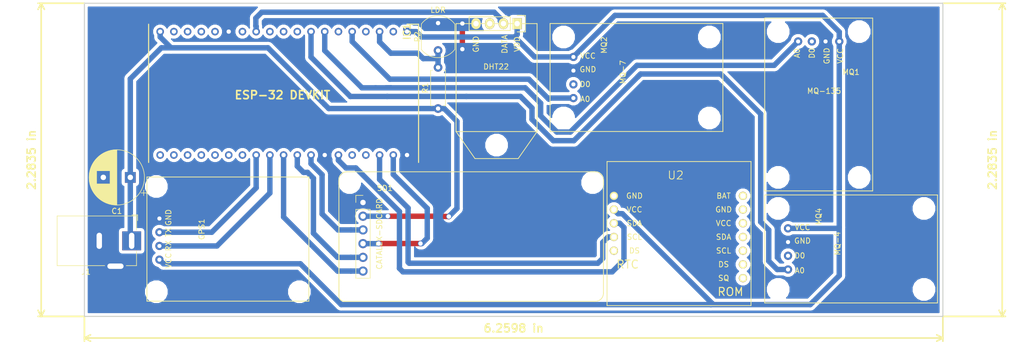
<source format=kicad_pcb>
(kicad_pcb (version 20171130) (host pcbnew "(5.0.0-rc2-dev-493-gd776eaca8)")

  (general
    (thickness 1.6)
    (drawings 8)
    (tracks 172)
    (zones 0)
    (modules 12)
    (nets 49)
  )

  (page A4)
  (layers
    (0 F.Cu signal)
    (31 B.Cu signal)
    (32 B.Adhes user)
    (33 F.Adhes user)
    (34 B.Paste user)
    (35 F.Paste user)
    (36 B.SilkS user)
    (37 F.SilkS user)
    (38 B.Mask user)
    (39 F.Mask user)
    (40 Dwgs.User user)
    (41 Cmts.User user)
    (42 Eco1.User user)
    (43 Eco2.User user)
    (44 Edge.Cuts user)
    (45 Margin user)
    (46 B.CrtYd user)
    (47 F.CrtYd user)
    (48 B.Fab user)
    (49 F.Fab user)
  )

  (setup
    (last_trace_width 1)
    (trace_clearance 0.6)
    (zone_clearance 0.508)
    (zone_45_only no)
    (trace_min 0.2)
    (segment_width 0.2)
    (edge_width 0.15)
    (via_size 1)
    (via_drill 0.8)
    (via_min_size 0.4)
    (via_min_drill 0.3)
    (uvia_size 0.3)
    (uvia_drill 0.1)
    (uvias_allowed no)
    (uvia_min_size 0.2)
    (uvia_min_drill 0.1)
    (pcb_text_width 0.3)
    (pcb_text_size 1.5 1.5)
    (mod_edge_width 0.15)
    (mod_text_size 1 1)
    (mod_text_width 0.15)
    (pad_size 1.524 1.524)
    (pad_drill 0.762)
    (pad_to_mask_clearance 0.2)
    (aux_axis_origin 0 0)
    (visible_elements FFFFF77F)
    (pcbplotparams
      (layerselection 0x010fc_ffffffff)
      (usegerberextensions false)
      (usegerberattributes false)
      (usegerberadvancedattributes false)
      (creategerberjobfile false)
      (excludeedgelayer true)
      (linewidth 0.100000)
      (plotframeref false)
      (viasonmask false)
      (mode 1)
      (useauxorigin false)
      (hpglpennumber 1)
      (hpglpenspeed 20)
      (hpglpendiameter 15)
      (psnegative false)
      (psa4output false)
      (plotreference true)
      (plotvalue true)
      (plotinvisibletext false)
      (padsonsilk false)
      (subtractmaskfromsilk false)
      (outputformat 1)
      (mirror false)
      (drillshape 1)
      (scaleselection 1)
      (outputdirectory ""))
  )

  (net 0 "")
  (net 1 VCC)
  (net 2 GND)
  (net 3 GPS_TX)
  (net 4 GPS_RX)
  (net 5 +3V3)
  (net 6 "Net-(IC1-Pad2)")
  (net 7 LDR_V)
  (net 8 "Net-(IC1-Pad4)")
  (net 9 CO_OUT)
  (net 10 "Net-(IC1-Pad6)")
  (net 11 TOX_OUT)
  (net 12 MET_OUT)
  (net 13 DHT_PIN)
  (net 14 "Net-(IC1-Pad13)")
  (net 15 "Net-(IC1-Pad15)")
  (net 16 "Net-(IC1-Pad16)")
  (net 17 "Net-(IC1-Pad17)")
  (net 18 "Net-(IC1-Pad18)")
  (net 19 "Net-(IC1-Pad20)")
  (net 20 "Net-(IC1-Pad21)")
  (net 21 "Net-(IC1-Pad22)")
  (net 22 "Net-(IC1-Pad23)")
  (net 23 "Net-(IC1-Pad24)")
  (net 24 "Net-(IC1-Pad25)")
  (net 25 "Net-(IC1-Pad26)")
  (net 26 SD_CS)
  (net 27 SD_CLK)
  (net 28 SD_MISO)
  (net 29 CLOCK_SDA)
  (net 30 "Net-(IC1-Pad34)")
  (net 31 "Net-(IC1-Pad35)")
  (net 32 CLOCK_SCL)
  (net 33 SD_MOSI)
  (net 34 "Net-(U1-Pad3)")
  (net 35 "Net-(U2-Pad12)")
  (net 36 "Net-(U2-Pad1)")
  (net 37 "Net-(U2-Pad2)")
  (net 38 "Net-(U2-Pad4)")
  (net 39 "Net-(U2-Pad3)")
  (net 40 "Net-(U2-Pad7)")
  (net 41 "Net-(U2-Pad6)")
  (net 42 "Net-(U2-Pad5)")
  (net 43 "Net-(IC1-Pad9)")
  (net 44 "Net-(IC1-Pad10)")
  (net 45 "Net-(IC1-Pad11)")
  (net 46 "Net-(MQ1-Pad2)")
  (net 47 "Net-(MQ2-Pad2)")
  (net 48 "Net-(MQ4-Pad2)")

  (net_class Default "This is the default net class."
    (clearance 0.6)
    (trace_width 1)
    (via_dia 1)
    (via_drill 0.8)
    (uvia_dia 0.3)
    (uvia_drill 0.1)
    (add_net +3V3)
    (add_net CLOCK_SCL)
    (add_net CLOCK_SDA)
    (add_net CO_OUT)
    (add_net DHT_PIN)
    (add_net GND)
    (add_net GPS_RX)
    (add_net GPS_TX)
    (add_net LDR_V)
    (add_net MET_OUT)
    (add_net "Net-(IC1-Pad10)")
    (add_net "Net-(IC1-Pad11)")
    (add_net "Net-(IC1-Pad13)")
    (add_net "Net-(IC1-Pad15)")
    (add_net "Net-(IC1-Pad16)")
    (add_net "Net-(IC1-Pad17)")
    (add_net "Net-(IC1-Pad18)")
    (add_net "Net-(IC1-Pad2)")
    (add_net "Net-(IC1-Pad20)")
    (add_net "Net-(IC1-Pad21)")
    (add_net "Net-(IC1-Pad22)")
    (add_net "Net-(IC1-Pad23)")
    (add_net "Net-(IC1-Pad24)")
    (add_net "Net-(IC1-Pad25)")
    (add_net "Net-(IC1-Pad26)")
    (add_net "Net-(IC1-Pad34)")
    (add_net "Net-(IC1-Pad35)")
    (add_net "Net-(IC1-Pad4)")
    (add_net "Net-(IC1-Pad6)")
    (add_net "Net-(IC1-Pad9)")
    (add_net "Net-(MQ1-Pad2)")
    (add_net "Net-(MQ2-Pad2)")
    (add_net "Net-(MQ4-Pad2)")
    (add_net "Net-(U1-Pad3)")
    (add_net "Net-(U2-Pad1)")
    (add_net "Net-(U2-Pad12)")
    (add_net "Net-(U2-Pad2)")
    (add_net "Net-(U2-Pad3)")
    (add_net "Net-(U2-Pad4)")
    (add_net "Net-(U2-Pad5)")
    (add_net "Net-(U2-Pad6)")
    (add_net "Net-(U2-Pad7)")
    (add_net SD_CLK)
    (add_net SD_CS)
    (add_net SD_MISO)
    (add_net SD_MOSI)
    (add_net TOX_OUT)
    (add_net VCC)
  )

  (module Module:Tiny_RTC_DS1307 (layer F.Cu) (tedit 54B0C20D) (tstamp 5B520B36)
    (at 190.5 132.75 180)
    (path /5B37B15C)
    (fp_text reference U2 (at 0 8.89 180) (layer F.SilkS)
      (effects (font (size 1.5 1.5) (thickness 0.15)))
    )
    (fp_text value Tiny_RTC_DS1307 (at 0 -16.51 180) (layer F.SilkS) hide
      (effects (font (size 1.5 1.5) (thickness 0.15)))
    )
    (fp_line (start 12.7 -15.24) (end 12.7 11.43) (layer F.SilkS) (width 0.15))
    (fp_line (start -13.97 -15.24) (end 12.7 -15.24) (layer F.SilkS) (width 0.15))
    (fp_line (start -13.97 11.43) (end -13.97 -15.24) (layer F.SilkS) (width 0.15))
    (fp_line (start 12.7 11.43) (end -13.97 11.43) (layer F.SilkS) (width 0.15))
    (fp_text user DS (at 7.62 -5.08 180) (layer F.SilkS)
      (effects (font (size 1 1) (thickness 0.15)))
    )
    (fp_text user SCL (at 7.62 -2.54 180) (layer F.SilkS)
      (effects (font (size 1 1) (thickness 0.15)))
    )
    (fp_text user SDA (at 7.62 0 180) (layer F.SilkS)
      (effects (font (size 1 1) (thickness 0.15)))
    )
    (fp_text user GND (at 7.62 5.08 180) (layer F.SilkS)
      (effects (font (size 1 1) (thickness 0.15)))
    )
    (fp_text user VCC (at 7.62 2.54 180) (layer F.SilkS)
      (effects (font (size 1 1) (thickness 0.15)))
    )
    (fp_text user GND (at -8.89 2.54 180) (layer F.SilkS)
      (effects (font (size 1 1) (thickness 0.15)))
    )
    (fp_text user BAT (at -8.89 5.08 180) (layer F.SilkS)
      (effects (font (size 1 1) (thickness 0.15)))
    )
    (fp_text user VCC (at -8.89 0 180) (layer F.SilkS)
      (effects (font (size 1 1) (thickness 0.15)))
    )
    (fp_text user SDA (at -8.89 -2.54 180) (layer F.SilkS)
      (effects (font (size 1 1) (thickness 0.15)))
    )
    (fp_text user SCL (at -8.89 -5.08 180) (layer F.SilkS)
      (effects (font (size 1 1) (thickness 0.15)))
    )
    (fp_text user SQ (at -8.89 -10.16 180) (layer F.SilkS)
      (effects (font (size 1 1) (thickness 0.15)))
    )
    (fp_text user DS (at -8.89 -7.62 180) (layer F.SilkS)
      (effects (font (size 1 1) (thickness 0.15)))
    )
    (fp_text user RTC (at 8.89 -7.62 180) (layer F.SilkS)
      (effects (font (size 1.5 1.5) (thickness 0.2)))
    )
    (fp_text user ROM (at -10.16 -12.7 180) (layer F.SilkS)
      (effects (font (size 1.5 1.5) (thickness 0.2)))
    )
    (pad 8 thru_hole circle (at 11.43 5.08 180) (size 1.524 1.524) (drill 1) (layers *.Cu *.Mask F.SilkS)
      (net 2 GND))
    (pad 9 thru_hole circle (at 11.43 2.54 180) (size 1.524 1.524) (drill 1) (layers *.Cu *.Mask F.SilkS)
      (net 5 +3V3))
    (pad 11 thru_hole circle (at 11.43 -2.54 180) (size 1.524 1.524) (drill 1) (layers *.Cu *.Mask F.SilkS)
      (net 32 CLOCK_SCL))
    (pad 10 thru_hole circle (at 11.43 0 180) (size 1.524 1.524) (drill 1) (layers *.Cu *.Mask F.SilkS)
      (net 29 CLOCK_SDA))
    (pad 12 thru_hole circle (at 11.43 -5.08 180) (size 1.524 1.524) (drill 1) (layers *.Cu *.Mask F.SilkS)
      (net 35 "Net-(U2-Pad12)"))
    (pad 1 thru_hole circle (at -12.47 5.08 180) (size 1.524 1.524) (drill 1) (layers *.Cu *.Mask F.SilkS)
      (net 36 "Net-(U2-Pad1)"))
    (pad 2 thru_hole circle (at -12.47 2.54 180) (size 1.524 1.524) (drill 1) (layers *.Cu *.Mask F.SilkS)
      (net 37 "Net-(U2-Pad2)"))
    (pad 4 thru_hole circle (at -12.47 -2.54 180) (size 1.524 1.524) (drill 1) (layers *.Cu *.Mask F.SilkS)
      (net 38 "Net-(U2-Pad4)"))
    (pad 3 thru_hole circle (at -12.47 0 180) (size 1.524 1.524) (drill 1) (layers *.Cu *.Mask F.SilkS)
      (net 39 "Net-(U2-Pad3)"))
    (pad 7 thru_hole circle (at -12.47 -10.16 180) (size 1.524 1.524) (drill 1) (layers *.Cu *.Mask F.SilkS)
      (net 40 "Net-(U2-Pad7)"))
    (pad 6 thru_hole circle (at -12.47 -7.62 180) (size 1.524 1.524) (drill 1) (layers *.Cu *.Mask F.SilkS)
      (net 41 "Net-(U2-Pad6)"))
    (pad 5 thru_hole circle (at -12.47 -5.08 180) (size 1.524 1.524) (drill 1) (layers *.Cu *.Mask F.SilkS)
      (net 42 "Net-(U2-Pad5)"))
  )

  (module Resistor_THT:R_Axial_DIN0207_L6.3mm_D2.5mm_P7.62mm_Horizontal (layer F.Cu) (tedit 5AE5139B) (tstamp 5B520AAC)
    (at 146.5 111.5 90)
    (descr "Resistor, Axial_DIN0207 series, Axial, Horizontal, pin pitch=7.62mm, 0.25W = 1/4W, length*diameter=6.3*2.5mm^2, http://cdn-reichelt.de/documents/datenblatt/B400/1_4W%23YAG.pdf")
    (tags "Resistor Axial_DIN0207 series Axial Horizontal pin pitch 7.62mm 0.25W = 1/4W length 6.3mm diameter 2.5mm")
    (path /5B3A2F8B)
    (fp_text reference R1 (at 3.81 -2.37 90) (layer F.SilkS)
      (effects (font (size 1 1) (thickness 0.15)))
    )
    (fp_text value R_SHUNT (at 3.81 2.37 90) (layer F.Fab)
      (effects (font (size 1 1) (thickness 0.15)))
    )
    (fp_line (start 0.66 -1.25) (end 0.66 1.25) (layer F.Fab) (width 0.1))
    (fp_line (start 0.66 1.25) (end 6.96 1.25) (layer F.Fab) (width 0.1))
    (fp_line (start 6.96 1.25) (end 6.96 -1.25) (layer F.Fab) (width 0.1))
    (fp_line (start 6.96 -1.25) (end 0.66 -1.25) (layer F.Fab) (width 0.1))
    (fp_line (start 0 0) (end 0.66 0) (layer F.Fab) (width 0.1))
    (fp_line (start 7.62 0) (end 6.96 0) (layer F.Fab) (width 0.1))
    (fp_line (start 0.54 -1.04) (end 0.54 -1.37) (layer F.SilkS) (width 0.12))
    (fp_line (start 0.54 -1.37) (end 7.08 -1.37) (layer F.SilkS) (width 0.12))
    (fp_line (start 7.08 -1.37) (end 7.08 -1.04) (layer F.SilkS) (width 0.12))
    (fp_line (start 0.54 1.04) (end 0.54 1.37) (layer F.SilkS) (width 0.12))
    (fp_line (start 0.54 1.37) (end 7.08 1.37) (layer F.SilkS) (width 0.12))
    (fp_line (start 7.08 1.37) (end 7.08 1.04) (layer F.SilkS) (width 0.12))
    (fp_line (start -1.05 -1.5) (end -1.05 1.5) (layer F.CrtYd) (width 0.05))
    (fp_line (start -1.05 1.5) (end 8.67 1.5) (layer F.CrtYd) (width 0.05))
    (fp_line (start 8.67 1.5) (end 8.67 -1.5) (layer F.CrtYd) (width 0.05))
    (fp_line (start 8.67 -1.5) (end -1.05 -1.5) (layer F.CrtYd) (width 0.05))
    (fp_text user %R (at 3.81 0 90) (layer F.Fab)
      (effects (font (size 1 1) (thickness 0.15)))
    )
    (pad 1 thru_hole circle (at 0 0 90) (size 1.6 1.6) (drill 0.8) (layers *.Cu *.Mask)
      (net 1 VCC))
    (pad 2 thru_hole oval (at 7.62 0 90) (size 1.6 1.6) (drill 0.8) (layers *.Cu *.Mask)
      (net 7 LDR_V))
    (model ${KISYS3DMOD}/Resistor_THT.3dshapes/R_Axial_DIN0207_L6.3mm_D2.5mm_P7.62mm_Horizontal.wrl
      (at (xyz 0 0 0))
      (scale (xyz 1 1 1))
      (rotate (xyz 0 0 0))
    )
  )

  (module Module:CATALEX-SDCARD (layer F.Cu) (tedit 5B3A56C5) (tstamp 5B3A43DA)
    (at 128.25 135.25 270)
    (descr "Through hole straight pin header, 1x06, 2.54mm pitch, single row")
    (tags "Through hole pin header THT 1x06 2.54mm single row")
    (path /5B236966)
    (fp_text reference SD1 (at -9 -8.4) (layer F.SilkS)
      (effects (font (size 1 1) (thickness 0.15)))
    )
    (fp_text value U_SDCARD (at 0 15.03 270) (layer F.Fab)
      (effects (font (size 1 1) (thickness 0.15)))
    )
    (fp_line (start -7.617512 -3.712015) (end -7.617512 -5.617015) (layer F.Fab) (width 0.1))
    (fp_line (start -7.617512 -5.617015) (end 7.622488 -5.617015) (layer F.Fab) (width 0.1))
    (fp_line (start 7.622488 -5.617015) (end 7.622488 -3.077015) (layer F.Fab) (width 0.1))
    (fp_line (start 7.622488 -3.077015) (end -6.982512 -3.077015) (layer F.Fab) (width 0.1))
    (fp_line (start -6.982512 -3.077015) (end -7.617512 -3.712015) (layer F.Fab) (width 0.1))
    (fp_line (start 7.682488 -3.017015) (end 7.682488 -5.677015) (layer F.SilkS) (width 0.12))
    (fp_line (start -5.077512 -3.017015) (end 7.682488 -3.017015) (layer F.SilkS) (width 0.12))
    (fp_line (start -5.077512 -5.677015) (end 7.682488 -5.677015) (layer F.SilkS) (width 0.12))
    (fp_line (start -5.077512 -3.017015) (end -5.077512 -5.677015) (layer F.SilkS) (width 0.12))
    (fp_line (start -6.347512 -3.017015) (end -7.677512 -3.017015) (layer F.SilkS) (width 0.12))
    (fp_line (start -7.677512 -3.017015) (end -7.677512 -4.347015) (layer F.SilkS) (width 0.12))
    (fp_line (start -8.147512 -2.547015) (end 8.152488 -2.547015) (layer F.CrtYd) (width 0.05))
    (fp_line (start 8.152488 -2.547015) (end 8.152488 -6.147015) (layer F.CrtYd) (width 0.05))
    (fp_line (start 8.152488 -6.147015) (end -8.147512 -6.147015) (layer F.CrtYd) (width 0.05))
    (fp_line (start -8.147512 -6.147015) (end -8.147512 -2.547015) (layer F.CrtYd) (width 0.05))
    (fp_text user CATALEX-SDCARD (at -0.540465 -7.381127 270) (layer F.SilkS)
      (effects (font (size 1 1) (thickness 0.15)))
    )
    (fp_line (start -0.040465 0.118873) (end 10.959535 0.118873) (layer F.SilkS) (width 0.15))
    (fp_arc (start -10.540465 -1.381127) (end -12.040465 -1.381127) (angle -90) (layer F.SilkS) (width 0.15))
    (fp_line (start -12.040465 -1.381127) (end -12.040465 -47.381127) (layer F.SilkS) (width 0.15))
    (fp_line (start 11.959535 -23.881127) (end 11.959535 -47.381127) (layer F.SilkS) (width 0.15))
    (fp_line (start 11.959535 -0.881127) (end 11.959535 -23.881127) (layer F.SilkS) (width 0.15))
    (fp_line (start -10.540465 0.118873) (end 10.959535 0.118873) (layer F.SilkS) (width 0.15))
    (fp_arc (start 10.459535 -47.381127) (end 11.959535 -47.381127) (angle -90) (layer F.SilkS) (width 0.15))
    (fp_arc (start 10.959535 -0.881127) (end 10.959535 0.118873) (angle -90) (layer F.SilkS) (width 0.15))
    (fp_line (start -10.540465 -48.881127) (end 10.459535 -48.881127) (layer F.SilkS) (width 0.15))
    (fp_arc (start -10.540465 -47.381127) (end -10.540465 -48.881127) (angle -90) (layer F.SilkS) (width 0.15))
    (pad 6 thru_hole rect (at -6.347512 -4.347015) (size 1.7 1.7) (drill 1) (layers *.Cu *.Mask)
      (net 2 GND))
    (pad 5 thru_hole oval (at -3.807512 -4.347015) (size 1.7 1.7) (drill 1) (layers *.Cu *.Mask)
      (net 1 VCC))
    (pad 4 thru_hole oval (at -1.267512 -4.347015) (size 1.7 1.7) (drill 1) (layers *.Cu *.Mask)
      (net 28 SD_MISO))
    (pad 3 thru_hole oval (at 1.272488 -4.347015) (size 1.7 1.7) (drill 1) (layers *.Cu *.Mask)
      (net 33 SD_MOSI))
    (pad 2 thru_hole oval (at 3.812488 -4.347015) (size 1.7 1.7) (drill 1) (layers *.Cu *.Mask)
      (net 27 SD_CLK))
    (pad 1 thru_hole oval (at 6.352488 -4.347015) (size 1.7 1.7) (drill 1) (layers *.Cu *.Mask)
      (net 26 SD_CS))
    (pad "" np_thru_hole circle (at -10.040465 -1.881127) (size 3 3) (drill 3) (layers *.Cu *.Mask))
    (pad "" np_thru_hole circle (at 9.959535 -46.881127) (size 3 3) (drill 3) (layers *.Cu *.Mask))
    (pad "" np_thru_hole circle (at 9.959535 -1.881127) (size 3 3) (drill 3) (layers *.Cu *.Mask))
    (pad "" np_thru_hole circle (at -10.040465 -46.881127) (size 3 3) (drill 3) (layers *.Cu *.Mask))
    (model ${KISYS3DMOD}/Connector_PinHeader_2.54mm.3dshapes/PinHeader_1x06_P2.54mm_Vertical.wrl
      (at (xyz 0 0 0))
      (scale (xyz 1 1 1))
      (rotate (xyz 0 0 0))
    )
  )

  (module Module:MQ-Sensor (layer F.Cu) (tedit 5B3A4081) (tstamp 5B520A6D)
    (at 217 94.75 180)
    (path /5B2375BD)
    (fp_text reference MQ1 (at -6 -10 180) (layer F.SilkS)
      (effects (font (size 1 1) (thickness 0.15)))
    )
    (fp_text value MQ-135 (at -1 -13.5 180) (layer F.SilkS)
      (effects (font (size 1 1) (thickness 0.15)))
    )
    (fp_line (start -10 0) (end 10 0) (layer F.SilkS) (width 0.15))
    (fp_line (start 10 0) (end 10 -32) (layer F.SilkS) (width 0.15))
    (fp_line (start 10 -32) (end -10 -32) (layer F.SilkS) (width 0.15))
    (fp_line (start -10 -32) (end -10 0) (layer F.SilkS) (width 0.15))
    (fp_text user D0 (at 1.25 -6.5 270) (layer F.SilkS)
      (effects (font (size 1 1) (thickness 0.15)))
    )
    (fp_text user A0 (at 4 -6.5 270) (layer F.SilkS)
      (effects (font (size 1 1) (thickness 0.15)))
    )
    (fp_text user VCC (at -4 -7 270) (layer F.SilkS)
      (effects (font (size 1 1) (thickness 0.15)))
    )
    (fp_text user GND (at -1.5 -7 90) (layer F.SilkS)
      (effects (font (size 1 1) (thickness 0.15)))
    )
    (pad 4 thru_hole circle (at -3.81 -4.32 180) (size 1.524 1.524) (drill 0.762) (layers *.Cu *.Mask)
      (net 5 +3V3))
    (pad 3 thru_hole circle (at -1.27 -4.32 180) (size 1.524 1.524) (drill 0.762) (layers *.Cu *.Mask)
      (net 2 GND))
    (pad 2 thru_hole circle (at 1.27 -4.32 180) (size 1.524 1.524) (drill 0.762) (layers *.Cu *.Mask)
      (net 46 "Net-(MQ1-Pad2)"))
    (pad 1 thru_hole circle (at 3.81 -4.32 180) (size 1.524 1.524) (drill 0.762) (layers *.Cu *.Mask)
      (net 11 TOX_OUT))
    (pad "" np_thru_hole circle (at -7.5 -2.5 180) (size 3 3) (drill 3) (layers *.Cu *.Mask))
    (pad "" np_thru_hole circle (at 7.5 -2.5 180) (size 3 3) (drill 3) (layers *.Cu *.Mask))
    (pad "" np_thru_hole circle (at -7.5 -29.5 180) (size 3 3) (drill 3) (layers *.Cu *.Mask))
    (pad "" np_thru_hole circle (at 7.5 -29.5 180) (size 3 3) (drill 3) (layers *.Cu *.Mask))
  )

  (module Module:MQ-Sensor (layer F.Cu) (tedit 5B3A4081) (tstamp 5B520A81)
    (at 167.25 105.75 270)
    (path /5B2366A8)
    (fp_text reference MQ2 (at -6 -10 270) (layer F.SilkS)
      (effects (font (size 1 1) (thickness 0.15)))
    )
    (fp_text value MQ-7 (at -1 -13.5 270) (layer F.SilkS)
      (effects (font (size 1 1) (thickness 0.15)))
    )
    (fp_line (start -10 0) (end 10 0) (layer F.SilkS) (width 0.15))
    (fp_line (start 10 0) (end 10 -32) (layer F.SilkS) (width 0.15))
    (fp_line (start 10 -32) (end -10 -32) (layer F.SilkS) (width 0.15))
    (fp_line (start -10 -32) (end -10 0) (layer F.SilkS) (width 0.15))
    (fp_text user D0 (at 1.25 -6.5) (layer F.SilkS)
      (effects (font (size 1 1) (thickness 0.15)))
    )
    (fp_text user A0 (at 4 -6.5) (layer F.SilkS)
      (effects (font (size 1 1) (thickness 0.15)))
    )
    (fp_text user VCC (at -4 -7) (layer F.SilkS)
      (effects (font (size 1 1) (thickness 0.15)))
    )
    (fp_text user GND (at -1.5 -7 180) (layer F.SilkS)
      (effects (font (size 1 1) (thickness 0.15)))
    )
    (pad 4 thru_hole circle (at -3.81 -4.32 270) (size 1.524 1.524) (drill 0.762) (layers *.Cu *.Mask)
      (net 5 +3V3))
    (pad 3 thru_hole circle (at -1.27 -4.32 270) (size 1.524 1.524) (drill 0.762) (layers *.Cu *.Mask)
      (net 2 GND))
    (pad 2 thru_hole circle (at 1.27 -4.32 270) (size 1.524 1.524) (drill 0.762) (layers *.Cu *.Mask)
      (net 47 "Net-(MQ2-Pad2)"))
    (pad 1 thru_hole circle (at 3.81 -4.32 270) (size 1.524 1.524) (drill 0.762) (layers *.Cu *.Mask)
      (net 9 CO_OUT))
    (pad "" np_thru_hole circle (at -7.5 -2.5 270) (size 3 3) (drill 3) (layers *.Cu *.Mask))
    (pad "" np_thru_hole circle (at 7.5 -2.5 270) (size 3 3) (drill 3) (layers *.Cu *.Mask))
    (pad "" np_thru_hole circle (at -7.5 -29.5 270) (size 3 3) (drill 3) (layers *.Cu *.Mask))
    (pad "" np_thru_hole circle (at 7.5 -29.5 270) (size 3 3) (drill 3) (layers *.Cu *.Mask))
  )

  (module Module:MQ-Sensor (layer F.Cu) (tedit 5B3A4081) (tstamp 5B520A95)
    (at 207 137.5 270)
    (path /5B237575)
    (fp_text reference MQ4 (at -6 -10 270) (layer F.SilkS)
      (effects (font (size 1 1) (thickness 0.15)))
    )
    (fp_text value MQ-4 (at -1 -13.5 270) (layer F.SilkS)
      (effects (font (size 1 1) (thickness 0.15)))
    )
    (fp_line (start -10 0) (end 10 0) (layer F.SilkS) (width 0.15))
    (fp_line (start 10 0) (end 10 -32) (layer F.SilkS) (width 0.15))
    (fp_line (start 10 -32) (end -10 -32) (layer F.SilkS) (width 0.15))
    (fp_line (start -10 -32) (end -10 0) (layer F.SilkS) (width 0.15))
    (fp_text user D0 (at 1.25 -6.5) (layer F.SilkS)
      (effects (font (size 1 1) (thickness 0.15)))
    )
    (fp_text user A0 (at 4 -6.5) (layer F.SilkS)
      (effects (font (size 1 1) (thickness 0.15)))
    )
    (fp_text user VCC (at -4 -7) (layer F.SilkS)
      (effects (font (size 1 1) (thickness 0.15)))
    )
    (fp_text user GND (at -1.5 -7 180) (layer F.SilkS)
      (effects (font (size 1 1) (thickness 0.15)))
    )
    (pad 4 thru_hole circle (at -3.81 -4.32 270) (size 1.524 1.524) (drill 0.762) (layers *.Cu *.Mask)
      (net 5 +3V3))
    (pad 3 thru_hole circle (at -1.27 -4.32 270) (size 1.524 1.524) (drill 0.762) (layers *.Cu *.Mask)
      (net 2 GND))
    (pad 2 thru_hole circle (at 1.27 -4.32 270) (size 1.524 1.524) (drill 0.762) (layers *.Cu *.Mask)
      (net 48 "Net-(MQ4-Pad2)"))
    (pad 1 thru_hole circle (at 3.81 -4.32 270) (size 1.524 1.524) (drill 0.762) (layers *.Cu *.Mask)
      (net 12 MET_OUT))
    (pad "" np_thru_hole circle (at -7.5 -2.5 270) (size 3 3) (drill 3) (layers *.Cu *.Mask))
    (pad "" np_thru_hole circle (at 7.5 -2.5 270) (size 3 3) (drill 3) (layers *.Cu *.Mask))
    (pad "" np_thru_hole circle (at -7.5 -29.5 270) (size 3 3) (drill 3) (layers *.Cu *.Mask))
    (pad "" np_thru_hole circle (at 7.5 -29.5 270) (size 3 3) (drill 3) (layers *.Cu *.Mask))
  )

  (module Capacitor_THT:CP_Radial_D10.0mm_P5.00mm (layer F.Cu) (tedit 5AE50EF1) (tstamp 5B5209EC)
    (at 89.5 124.25 180)
    (descr "CP, Radial series, Radial, pin pitch=5.00mm, , diameter=10mm, Electrolytic Capacitor")
    (tags "CP Radial series Radial pin pitch 5.00mm  diameter 10mm Electrolytic Capacitor")
    (path /5B3A7F06)
    (fp_text reference C1 (at 2.5 -6.25 180) (layer F.SilkS)
      (effects (font (size 1 1) (thickness 0.15)))
    )
    (fp_text value 1000u (at 2.5 6.25 180) (layer F.Fab)
      (effects (font (size 1 1) (thickness 0.15)))
    )
    (fp_circle (center 2.5 0) (end 7.5 0) (layer F.Fab) (width 0.1))
    (fp_circle (center 2.5 0) (end 7.62 0) (layer F.SilkS) (width 0.12))
    (fp_circle (center 2.5 0) (end 7.75 0) (layer F.CrtYd) (width 0.05))
    (fp_line (start -1.788861 -2.1875) (end -0.788861 -2.1875) (layer F.Fab) (width 0.1))
    (fp_line (start -1.288861 -2.6875) (end -1.288861 -1.6875) (layer F.Fab) (width 0.1))
    (fp_line (start 2.5 -5.08) (end 2.5 5.08) (layer F.SilkS) (width 0.12))
    (fp_line (start 2.54 -5.08) (end 2.54 5.08) (layer F.SilkS) (width 0.12))
    (fp_line (start 2.58 -5.08) (end 2.58 5.08) (layer F.SilkS) (width 0.12))
    (fp_line (start 2.62 -5.079) (end 2.62 5.079) (layer F.SilkS) (width 0.12))
    (fp_line (start 2.66 -5.078) (end 2.66 5.078) (layer F.SilkS) (width 0.12))
    (fp_line (start 2.7 -5.077) (end 2.7 5.077) (layer F.SilkS) (width 0.12))
    (fp_line (start 2.74 -5.075) (end 2.74 5.075) (layer F.SilkS) (width 0.12))
    (fp_line (start 2.78 -5.073) (end 2.78 5.073) (layer F.SilkS) (width 0.12))
    (fp_line (start 2.82 -5.07) (end 2.82 5.07) (layer F.SilkS) (width 0.12))
    (fp_line (start 2.86 -5.068) (end 2.86 5.068) (layer F.SilkS) (width 0.12))
    (fp_line (start 2.9 -5.065) (end 2.9 5.065) (layer F.SilkS) (width 0.12))
    (fp_line (start 2.94 -5.062) (end 2.94 5.062) (layer F.SilkS) (width 0.12))
    (fp_line (start 2.98 -5.058) (end 2.98 5.058) (layer F.SilkS) (width 0.12))
    (fp_line (start 3.02 -5.054) (end 3.02 5.054) (layer F.SilkS) (width 0.12))
    (fp_line (start 3.06 -5.05) (end 3.06 5.05) (layer F.SilkS) (width 0.12))
    (fp_line (start 3.1 -5.045) (end 3.1 5.045) (layer F.SilkS) (width 0.12))
    (fp_line (start 3.14 -5.04) (end 3.14 5.04) (layer F.SilkS) (width 0.12))
    (fp_line (start 3.18 -5.035) (end 3.18 5.035) (layer F.SilkS) (width 0.12))
    (fp_line (start 3.221 -5.03) (end 3.221 5.03) (layer F.SilkS) (width 0.12))
    (fp_line (start 3.261 -5.024) (end 3.261 5.024) (layer F.SilkS) (width 0.12))
    (fp_line (start 3.301 -5.018) (end 3.301 5.018) (layer F.SilkS) (width 0.12))
    (fp_line (start 3.341 -5.011) (end 3.341 5.011) (layer F.SilkS) (width 0.12))
    (fp_line (start 3.381 -5.004) (end 3.381 5.004) (layer F.SilkS) (width 0.12))
    (fp_line (start 3.421 -4.997) (end 3.421 4.997) (layer F.SilkS) (width 0.12))
    (fp_line (start 3.461 -4.99) (end 3.461 4.99) (layer F.SilkS) (width 0.12))
    (fp_line (start 3.501 -4.982) (end 3.501 4.982) (layer F.SilkS) (width 0.12))
    (fp_line (start 3.541 -4.974) (end 3.541 4.974) (layer F.SilkS) (width 0.12))
    (fp_line (start 3.581 -4.965) (end 3.581 4.965) (layer F.SilkS) (width 0.12))
    (fp_line (start 3.621 -4.956) (end 3.621 4.956) (layer F.SilkS) (width 0.12))
    (fp_line (start 3.661 -4.947) (end 3.661 4.947) (layer F.SilkS) (width 0.12))
    (fp_line (start 3.701 -4.938) (end 3.701 4.938) (layer F.SilkS) (width 0.12))
    (fp_line (start 3.741 -4.928) (end 3.741 4.928) (layer F.SilkS) (width 0.12))
    (fp_line (start 3.781 -4.918) (end 3.781 -1.241) (layer F.SilkS) (width 0.12))
    (fp_line (start 3.781 1.241) (end 3.781 4.918) (layer F.SilkS) (width 0.12))
    (fp_line (start 3.821 -4.907) (end 3.821 -1.241) (layer F.SilkS) (width 0.12))
    (fp_line (start 3.821 1.241) (end 3.821 4.907) (layer F.SilkS) (width 0.12))
    (fp_line (start 3.861 -4.897) (end 3.861 -1.241) (layer F.SilkS) (width 0.12))
    (fp_line (start 3.861 1.241) (end 3.861 4.897) (layer F.SilkS) (width 0.12))
    (fp_line (start 3.901 -4.885) (end 3.901 -1.241) (layer F.SilkS) (width 0.12))
    (fp_line (start 3.901 1.241) (end 3.901 4.885) (layer F.SilkS) (width 0.12))
    (fp_line (start 3.941 -4.874) (end 3.941 -1.241) (layer F.SilkS) (width 0.12))
    (fp_line (start 3.941 1.241) (end 3.941 4.874) (layer F.SilkS) (width 0.12))
    (fp_line (start 3.981 -4.862) (end 3.981 -1.241) (layer F.SilkS) (width 0.12))
    (fp_line (start 3.981 1.241) (end 3.981 4.862) (layer F.SilkS) (width 0.12))
    (fp_line (start 4.021 -4.85) (end 4.021 -1.241) (layer F.SilkS) (width 0.12))
    (fp_line (start 4.021 1.241) (end 4.021 4.85) (layer F.SilkS) (width 0.12))
    (fp_line (start 4.061 -4.837) (end 4.061 -1.241) (layer F.SilkS) (width 0.12))
    (fp_line (start 4.061 1.241) (end 4.061 4.837) (layer F.SilkS) (width 0.12))
    (fp_line (start 4.101 -4.824) (end 4.101 -1.241) (layer F.SilkS) (width 0.12))
    (fp_line (start 4.101 1.241) (end 4.101 4.824) (layer F.SilkS) (width 0.12))
    (fp_line (start 4.141 -4.811) (end 4.141 -1.241) (layer F.SilkS) (width 0.12))
    (fp_line (start 4.141 1.241) (end 4.141 4.811) (layer F.SilkS) (width 0.12))
    (fp_line (start 4.181 -4.797) (end 4.181 -1.241) (layer F.SilkS) (width 0.12))
    (fp_line (start 4.181 1.241) (end 4.181 4.797) (layer F.SilkS) (width 0.12))
    (fp_line (start 4.221 -4.783) (end 4.221 -1.241) (layer F.SilkS) (width 0.12))
    (fp_line (start 4.221 1.241) (end 4.221 4.783) (layer F.SilkS) (width 0.12))
    (fp_line (start 4.261 -4.768) (end 4.261 -1.241) (layer F.SilkS) (width 0.12))
    (fp_line (start 4.261 1.241) (end 4.261 4.768) (layer F.SilkS) (width 0.12))
    (fp_line (start 4.301 -4.754) (end 4.301 -1.241) (layer F.SilkS) (width 0.12))
    (fp_line (start 4.301 1.241) (end 4.301 4.754) (layer F.SilkS) (width 0.12))
    (fp_line (start 4.341 -4.738) (end 4.341 -1.241) (layer F.SilkS) (width 0.12))
    (fp_line (start 4.341 1.241) (end 4.341 4.738) (layer F.SilkS) (width 0.12))
    (fp_line (start 4.381 -4.723) (end 4.381 -1.241) (layer F.SilkS) (width 0.12))
    (fp_line (start 4.381 1.241) (end 4.381 4.723) (layer F.SilkS) (width 0.12))
    (fp_line (start 4.421 -4.707) (end 4.421 -1.241) (layer F.SilkS) (width 0.12))
    (fp_line (start 4.421 1.241) (end 4.421 4.707) (layer F.SilkS) (width 0.12))
    (fp_line (start 4.461 -4.69) (end 4.461 -1.241) (layer F.SilkS) (width 0.12))
    (fp_line (start 4.461 1.241) (end 4.461 4.69) (layer F.SilkS) (width 0.12))
    (fp_line (start 4.501 -4.674) (end 4.501 -1.241) (layer F.SilkS) (width 0.12))
    (fp_line (start 4.501 1.241) (end 4.501 4.674) (layer F.SilkS) (width 0.12))
    (fp_line (start 4.541 -4.657) (end 4.541 -1.241) (layer F.SilkS) (width 0.12))
    (fp_line (start 4.541 1.241) (end 4.541 4.657) (layer F.SilkS) (width 0.12))
    (fp_line (start 4.581 -4.639) (end 4.581 -1.241) (layer F.SilkS) (width 0.12))
    (fp_line (start 4.581 1.241) (end 4.581 4.639) (layer F.SilkS) (width 0.12))
    (fp_line (start 4.621 -4.621) (end 4.621 -1.241) (layer F.SilkS) (width 0.12))
    (fp_line (start 4.621 1.241) (end 4.621 4.621) (layer F.SilkS) (width 0.12))
    (fp_line (start 4.661 -4.603) (end 4.661 -1.241) (layer F.SilkS) (width 0.12))
    (fp_line (start 4.661 1.241) (end 4.661 4.603) (layer F.SilkS) (width 0.12))
    (fp_line (start 4.701 -4.584) (end 4.701 -1.241) (layer F.SilkS) (width 0.12))
    (fp_line (start 4.701 1.241) (end 4.701 4.584) (layer F.SilkS) (width 0.12))
    (fp_line (start 4.741 -4.564) (end 4.741 -1.241) (layer F.SilkS) (width 0.12))
    (fp_line (start 4.741 1.241) (end 4.741 4.564) (layer F.SilkS) (width 0.12))
    (fp_line (start 4.781 -4.545) (end 4.781 -1.241) (layer F.SilkS) (width 0.12))
    (fp_line (start 4.781 1.241) (end 4.781 4.545) (layer F.SilkS) (width 0.12))
    (fp_line (start 4.821 -4.525) (end 4.821 -1.241) (layer F.SilkS) (width 0.12))
    (fp_line (start 4.821 1.241) (end 4.821 4.525) (layer F.SilkS) (width 0.12))
    (fp_line (start 4.861 -4.504) (end 4.861 -1.241) (layer F.SilkS) (width 0.12))
    (fp_line (start 4.861 1.241) (end 4.861 4.504) (layer F.SilkS) (width 0.12))
    (fp_line (start 4.901 -4.483) (end 4.901 -1.241) (layer F.SilkS) (width 0.12))
    (fp_line (start 4.901 1.241) (end 4.901 4.483) (layer F.SilkS) (width 0.12))
    (fp_line (start 4.941 -4.462) (end 4.941 -1.241) (layer F.SilkS) (width 0.12))
    (fp_line (start 4.941 1.241) (end 4.941 4.462) (layer F.SilkS) (width 0.12))
    (fp_line (start 4.981 -4.44) (end 4.981 -1.241) (layer F.SilkS) (width 0.12))
    (fp_line (start 4.981 1.241) (end 4.981 4.44) (layer F.SilkS) (width 0.12))
    (fp_line (start 5.021 -4.417) (end 5.021 -1.241) (layer F.SilkS) (width 0.12))
    (fp_line (start 5.021 1.241) (end 5.021 4.417) (layer F.SilkS) (width 0.12))
    (fp_line (start 5.061 -4.395) (end 5.061 -1.241) (layer F.SilkS) (width 0.12))
    (fp_line (start 5.061 1.241) (end 5.061 4.395) (layer F.SilkS) (width 0.12))
    (fp_line (start 5.101 -4.371) (end 5.101 -1.241) (layer F.SilkS) (width 0.12))
    (fp_line (start 5.101 1.241) (end 5.101 4.371) (layer F.SilkS) (width 0.12))
    (fp_line (start 5.141 -4.347) (end 5.141 -1.241) (layer F.SilkS) (width 0.12))
    (fp_line (start 5.141 1.241) (end 5.141 4.347) (layer F.SilkS) (width 0.12))
    (fp_line (start 5.181 -4.323) (end 5.181 -1.241) (layer F.SilkS) (width 0.12))
    (fp_line (start 5.181 1.241) (end 5.181 4.323) (layer F.SilkS) (width 0.12))
    (fp_line (start 5.221 -4.298) (end 5.221 -1.241) (layer F.SilkS) (width 0.12))
    (fp_line (start 5.221 1.241) (end 5.221 4.298) (layer F.SilkS) (width 0.12))
    (fp_line (start 5.261 -4.273) (end 5.261 -1.241) (layer F.SilkS) (width 0.12))
    (fp_line (start 5.261 1.241) (end 5.261 4.273) (layer F.SilkS) (width 0.12))
    (fp_line (start 5.301 -4.247) (end 5.301 -1.241) (layer F.SilkS) (width 0.12))
    (fp_line (start 5.301 1.241) (end 5.301 4.247) (layer F.SilkS) (width 0.12))
    (fp_line (start 5.341 -4.221) (end 5.341 -1.241) (layer F.SilkS) (width 0.12))
    (fp_line (start 5.341 1.241) (end 5.341 4.221) (layer F.SilkS) (width 0.12))
    (fp_line (start 5.381 -4.194) (end 5.381 -1.241) (layer F.SilkS) (width 0.12))
    (fp_line (start 5.381 1.241) (end 5.381 4.194) (layer F.SilkS) (width 0.12))
    (fp_line (start 5.421 -4.166) (end 5.421 -1.241) (layer F.SilkS) (width 0.12))
    (fp_line (start 5.421 1.241) (end 5.421 4.166) (layer F.SilkS) (width 0.12))
    (fp_line (start 5.461 -4.138) (end 5.461 -1.241) (layer F.SilkS) (width 0.12))
    (fp_line (start 5.461 1.241) (end 5.461 4.138) (layer F.SilkS) (width 0.12))
    (fp_line (start 5.501 -4.11) (end 5.501 -1.241) (layer F.SilkS) (width 0.12))
    (fp_line (start 5.501 1.241) (end 5.501 4.11) (layer F.SilkS) (width 0.12))
    (fp_line (start 5.541 -4.08) (end 5.541 -1.241) (layer F.SilkS) (width 0.12))
    (fp_line (start 5.541 1.241) (end 5.541 4.08) (layer F.SilkS) (width 0.12))
    (fp_line (start 5.581 -4.05) (end 5.581 -1.241) (layer F.SilkS) (width 0.12))
    (fp_line (start 5.581 1.241) (end 5.581 4.05) (layer F.SilkS) (width 0.12))
    (fp_line (start 5.621 -4.02) (end 5.621 -1.241) (layer F.SilkS) (width 0.12))
    (fp_line (start 5.621 1.241) (end 5.621 4.02) (layer F.SilkS) (width 0.12))
    (fp_line (start 5.661 -3.989) (end 5.661 -1.241) (layer F.SilkS) (width 0.12))
    (fp_line (start 5.661 1.241) (end 5.661 3.989) (layer F.SilkS) (width 0.12))
    (fp_line (start 5.701 -3.957) (end 5.701 -1.241) (layer F.SilkS) (width 0.12))
    (fp_line (start 5.701 1.241) (end 5.701 3.957) (layer F.SilkS) (width 0.12))
    (fp_line (start 5.741 -3.925) (end 5.741 -1.241) (layer F.SilkS) (width 0.12))
    (fp_line (start 5.741 1.241) (end 5.741 3.925) (layer F.SilkS) (width 0.12))
    (fp_line (start 5.781 -3.892) (end 5.781 -1.241) (layer F.SilkS) (width 0.12))
    (fp_line (start 5.781 1.241) (end 5.781 3.892) (layer F.SilkS) (width 0.12))
    (fp_line (start 5.821 -3.858) (end 5.821 -1.241) (layer F.SilkS) (width 0.12))
    (fp_line (start 5.821 1.241) (end 5.821 3.858) (layer F.SilkS) (width 0.12))
    (fp_line (start 5.861 -3.824) (end 5.861 -1.241) (layer F.SilkS) (width 0.12))
    (fp_line (start 5.861 1.241) (end 5.861 3.824) (layer F.SilkS) (width 0.12))
    (fp_line (start 5.901 -3.789) (end 5.901 -1.241) (layer F.SilkS) (width 0.12))
    (fp_line (start 5.901 1.241) (end 5.901 3.789) (layer F.SilkS) (width 0.12))
    (fp_line (start 5.941 -3.753) (end 5.941 -1.241) (layer F.SilkS) (width 0.12))
    (fp_line (start 5.941 1.241) (end 5.941 3.753) (layer F.SilkS) (width 0.12))
    (fp_line (start 5.981 -3.716) (end 5.981 -1.241) (layer F.SilkS) (width 0.12))
    (fp_line (start 5.981 1.241) (end 5.981 3.716) (layer F.SilkS) (width 0.12))
    (fp_line (start 6.021 -3.679) (end 6.021 -1.241) (layer F.SilkS) (width 0.12))
    (fp_line (start 6.021 1.241) (end 6.021 3.679) (layer F.SilkS) (width 0.12))
    (fp_line (start 6.061 -3.64) (end 6.061 -1.241) (layer F.SilkS) (width 0.12))
    (fp_line (start 6.061 1.241) (end 6.061 3.64) (layer F.SilkS) (width 0.12))
    (fp_line (start 6.101 -3.601) (end 6.101 -1.241) (layer F.SilkS) (width 0.12))
    (fp_line (start 6.101 1.241) (end 6.101 3.601) (layer F.SilkS) (width 0.12))
    (fp_line (start 6.141 -3.561) (end 6.141 -1.241) (layer F.SilkS) (width 0.12))
    (fp_line (start 6.141 1.241) (end 6.141 3.561) (layer F.SilkS) (width 0.12))
    (fp_line (start 6.181 -3.52) (end 6.181 -1.241) (layer F.SilkS) (width 0.12))
    (fp_line (start 6.181 1.241) (end 6.181 3.52) (layer F.SilkS) (width 0.12))
    (fp_line (start 6.221 -3.478) (end 6.221 -1.241) (layer F.SilkS) (width 0.12))
    (fp_line (start 6.221 1.241) (end 6.221 3.478) (layer F.SilkS) (width 0.12))
    (fp_line (start 6.261 -3.436) (end 6.261 3.436) (layer F.SilkS) (width 0.12))
    (fp_line (start 6.301 -3.392) (end 6.301 3.392) (layer F.SilkS) (width 0.12))
    (fp_line (start 6.341 -3.347) (end 6.341 3.347) (layer F.SilkS) (width 0.12))
    (fp_line (start 6.381 -3.301) (end 6.381 3.301) (layer F.SilkS) (width 0.12))
    (fp_line (start 6.421 -3.254) (end 6.421 3.254) (layer F.SilkS) (width 0.12))
    (fp_line (start 6.461 -3.206) (end 6.461 3.206) (layer F.SilkS) (width 0.12))
    (fp_line (start 6.501 -3.156) (end 6.501 3.156) (layer F.SilkS) (width 0.12))
    (fp_line (start 6.541 -3.106) (end 6.541 3.106) (layer F.SilkS) (width 0.12))
    (fp_line (start 6.581 -3.054) (end 6.581 3.054) (layer F.SilkS) (width 0.12))
    (fp_line (start 6.621 -3) (end 6.621 3) (layer F.SilkS) (width 0.12))
    (fp_line (start 6.661 -2.945) (end 6.661 2.945) (layer F.SilkS) (width 0.12))
    (fp_line (start 6.701 -2.889) (end 6.701 2.889) (layer F.SilkS) (width 0.12))
    (fp_line (start 6.741 -2.83) (end 6.741 2.83) (layer F.SilkS) (width 0.12))
    (fp_line (start 6.781 -2.77) (end 6.781 2.77) (layer F.SilkS) (width 0.12))
    (fp_line (start 6.821 -2.709) (end 6.821 2.709) (layer F.SilkS) (width 0.12))
    (fp_line (start 6.861 -2.645) (end 6.861 2.645) (layer F.SilkS) (width 0.12))
    (fp_line (start 6.901 -2.579) (end 6.901 2.579) (layer F.SilkS) (width 0.12))
    (fp_line (start 6.941 -2.51) (end 6.941 2.51) (layer F.SilkS) (width 0.12))
    (fp_line (start 6.981 -2.439) (end 6.981 2.439) (layer F.SilkS) (width 0.12))
    (fp_line (start 7.021 -2.365) (end 7.021 2.365) (layer F.SilkS) (width 0.12))
    (fp_line (start 7.061 -2.289) (end 7.061 2.289) (layer F.SilkS) (width 0.12))
    (fp_line (start 7.101 -2.209) (end 7.101 2.209) (layer F.SilkS) (width 0.12))
    (fp_line (start 7.141 -2.125) (end 7.141 2.125) (layer F.SilkS) (width 0.12))
    (fp_line (start 7.181 -2.037) (end 7.181 2.037) (layer F.SilkS) (width 0.12))
    (fp_line (start 7.221 -1.944) (end 7.221 1.944) (layer F.SilkS) (width 0.12))
    (fp_line (start 7.261 -1.846) (end 7.261 1.846) (layer F.SilkS) (width 0.12))
    (fp_line (start 7.301 -1.742) (end 7.301 1.742) (layer F.SilkS) (width 0.12))
    (fp_line (start 7.341 -1.63) (end 7.341 1.63) (layer F.SilkS) (width 0.12))
    (fp_line (start 7.381 -1.51) (end 7.381 1.51) (layer F.SilkS) (width 0.12))
    (fp_line (start 7.421 -1.378) (end 7.421 1.378) (layer F.SilkS) (width 0.12))
    (fp_line (start 7.461 -1.23) (end 7.461 1.23) (layer F.SilkS) (width 0.12))
    (fp_line (start 7.501 -1.062) (end 7.501 1.062) (layer F.SilkS) (width 0.12))
    (fp_line (start 7.541 -0.862) (end 7.541 0.862) (layer F.SilkS) (width 0.12))
    (fp_line (start 7.581 -0.599) (end 7.581 0.599) (layer F.SilkS) (width 0.12))
    (fp_line (start -2.979646 -2.875) (end -1.979646 -2.875) (layer F.SilkS) (width 0.12))
    (fp_line (start -2.479646 -3.375) (end -2.479646 -2.375) (layer F.SilkS) (width 0.12))
    (fp_text user %R (at 2.5 0 180) (layer F.Fab)
      (effects (font (size 1 1) (thickness 0.15)))
    )
    (pad 1 thru_hole rect (at 0 0 180) (size 2 2) (drill 1) (layers *.Cu *.Mask)
      (net 1 VCC))
    (pad 2 thru_hole circle (at 5 0 180) (size 2 2) (drill 1) (layers *.Cu *.Mask)
      (net 2 GND))
    (model ${KISYS3DMOD}/Capacitor_THT.3dshapes/CP_Radial_D10.0mm_P5.00mm.wrl
      (at (xyz 0 0 0))
      (scale (xyz 1 1 1))
      (rotate (xyz 0 0 0))
    )
  )

  (module Module:Ublox-NEO-6M (layer F.Cu) (tedit 5B37C78A) (tstamp 5B520A00)
    (at 92.57 137.68 270)
    (path /5B23685E)
    (fp_text reference GPS1 (at -3.81 -10.16 270) (layer F.SilkS)
      (effects (font (size 1 1) (thickness 0.15)))
    )
    (fp_text value NEO-6M (at -3.81 -7.62 270) (layer F.Fab)
      (effects (font (size 1 1) (thickness 0.15)))
    )
    (fp_line (start -13.5 0) (end 9.5 0) (layer F.SilkS) (width 0.15))
    (fp_line (start 9.5 0) (end 9.5 -30) (layer F.SilkS) (width 0.15))
    (fp_line (start 9.5 -30) (end -13.5 -30) (layer F.SilkS) (width 0.15))
    (fp_line (start -13.5 -30) (end -13.5 0) (layer F.SilkS) (width 0.15))
    (fp_text user RX (at -0.75 -4 270) (layer F.SilkS)
      (effects (font (size 1 1) (thickness 0.15)))
    )
    (fp_text user TX (at -3.25 -4 270) (layer F.SilkS)
      (effects (font (size 1 1) (thickness 0.15)))
    )
    (fp_text user VCC (at 2 -4 270) (layer F.SilkS)
      (effects (font (size 1 1) (thickness 0.15)))
    )
    (fp_text user GND (at -6 -4 270) (layer F.SilkS)
      (effects (font (size 1 1) (thickness 0.15)))
    )
    (pad 1 thru_hole circle (at -5.81 -2.32 270) (size 1.524 1.524) (drill 0.762) (layers *.Cu *.Mask)
      (net 2 GND))
    (pad 2 thru_hole circle (at -3.27 -2.32 270) (size 1.524 1.524) (drill 0.762) (layers *.Cu *.Mask)
      (net 3 GPS_TX))
    (pad 3 thru_hole circle (at -0.73 -2.32 270) (size 1.524 1.524) (drill 0.762) (layers *.Cu *.Mask)
      (net 4 GPS_RX))
    (pad 4 thru_hole circle (at 1.81 -2.32 270) (size 1.524 1.524) (drill 0.762) (layers *.Cu *.Mask)
      (net 5 +3V3))
    (pad "" np_thru_hole circle (at -11.75 -1.75 270) (size 3 3) (drill 3) (layers *.Cu *.Mask))
    (pad "" np_thru_hole circle (at 7.75 -1.75 270) (size 3 3) (drill 3) (layers *.Cu *.Mask))
    (pad "" np_thru_hole circle (at -11.75 -28.25 270) (size 3 3) (drill 3) (layers *.Cu *.Mask))
    (pad "" np_thru_hole circle (at 7.75 -28.25 270) (size 3 3) (drill 3) (layers *.Cu *.Mask))
  )

  (module Module:ESP32-DEVKIT-C (layer F.Cu) (tedit 5B37DE20) (tstamp 5B520A36)
    (at 140.75 97.25 270)
    (descr "esp32-devkitc fixed")
    (tags "Integrated Circuit")
    (path /5B37A25E)
    (fp_text reference IC1 (at 0 0 270) (layer F.SilkS)
      (effects (font (size 1.27 1.27) (thickness 0.254)))
    )
    (fp_text value ESP32-DevKitC (at 0 0 270) (layer F.SilkS) hide
      (effects (font (size 1.27 1.27) (thickness 0.254)))
    )
    (fp_line (start -1.62 -2.39) (end 24.48 -2.39) (layer Dwgs.User) (width 0.05))
    (fp_line (start 24.48 -2.39) (end 24.48 48.11) (layer Dwgs.User) (width 0.05))
    (fp_line (start 24.48 48.11) (end -1.62 48.11) (layer Dwgs.User) (width 0.05))
    (fp_line (start -1.62 48.11) (end -1.62 -2.39) (layer Dwgs.User) (width 0.05))
    (fp_line (start -1.37 -2.14) (end 24.23 -2.14) (layer Dwgs.User) (width 0.1))
    (fp_line (start 24.23 -2.14) (end 24.23 47.86) (layer Dwgs.User) (width 0.1))
    (fp_line (start 24.23 47.86) (end -1.37 47.86) (layer Dwgs.User) (width 0.1))
    (fp_line (start -1.37 47.86) (end -1.37 -2.14) (layer Dwgs.User) (width 0.1))
    (fp_line (start -1.37 -0.87) (end -0.1 -2.14) (layer Dwgs.User) (width 0.1))
    (fp_line (start -1.37 47.86) (end 24.23 47.86) (layer F.SilkS) (width 0.2))
    (fp_line (start 24.23 -2.14) (end -1.37 -2.14) (layer F.SilkS) (width 0.2))
    (fp_line (start -1.37 -2.14) (end -1.37 0) (layer F.SilkS) (width 0.2))
    (pad 1 thru_hole rect (at 0 0) (size 1.4 1.4) (drill 0.8) (layers *.Cu *.Mask)
      (net 5 +3V3))
    (pad 2 thru_hole circle (at 0 2.54 90) (size 1.4 1.4) (drill 0.8) (layers *.Cu *.Mask)
      (net 6 "Net-(IC1-Pad2)"))
    (pad 3 thru_hole circle (at 0 5.08) (size 1.4 1.4) (drill 0.8) (layers *.Cu *.Mask)
      (net 7 LDR_V))
    (pad 4 thru_hole circle (at 0 7.62) (size 1.4 1.4) (drill 0.8) (layers *.Cu *.Mask)
      (net 8 "Net-(IC1-Pad4)"))
    (pad 5 thru_hole circle (at 0 10.16) (size 1.4 1.4) (drill 0.8) (layers *.Cu *.Mask)
      (net 9 CO_OUT))
    (pad 6 thru_hole circle (at 0 12.7) (size 1.4 1.4) (drill 0.8) (layers *.Cu *.Mask)
      (net 10 "Net-(IC1-Pad6)"))
    (pad 7 thru_hole circle (at 0 15.24) (size 1.4 1.4) (drill 0.8) (layers *.Cu *.Mask)
      (net 11 TOX_OUT))
    (pad 8 thru_hole circle (at 0 17.78) (size 1.4 1.4) (drill 0.8) (layers *.Cu *.Mask)
      (net 12 MET_OUT))
    (pad 9 thru_hole circle (at 0 20.32) (size 1.4 1.4) (drill 0.8) (layers *.Cu *.Mask)
      (net 43 "Net-(IC1-Pad9)"))
    (pad 10 thru_hole circle (at 0 22.86) (size 1.4 1.4) (drill 0.8) (layers *.Cu *.Mask)
      (net 44 "Net-(IC1-Pad10)"))
    (pad 11 thru_hole circle (at 0 25.4) (size 1.4 1.4) (drill 0.8) (layers *.Cu *.Mask)
      (net 45 "Net-(IC1-Pad11)"))
    (pad 12 thru_hole circle (at 0 27.94) (size 1.4 1.4) (drill 0.8) (layers *.Cu *.Mask)
      (net 13 DHT_PIN))
    (pad 13 thru_hole circle (at 0 30.48) (size 1.4 1.4) (drill 0.8) (layers *.Cu *.Mask)
      (net 14 "Net-(IC1-Pad13)"))
    (pad 14 thru_hole circle (at 0 33.02) (size 1.4 1.4) (drill 0.8) (layers *.Cu *.Mask)
      (net 2 GND))
    (pad 15 thru_hole circle (at 0 35.56) (size 1.4 1.4) (drill 0.8) (layers *.Cu *.Mask)
      (net 15 "Net-(IC1-Pad15)"))
    (pad 16 thru_hole circle (at 0 38.1) (size 1.4 1.4) (drill 0.8) (layers *.Cu *.Mask)
      (net 16 "Net-(IC1-Pad16)"))
    (pad 17 thru_hole circle (at 0 40.64) (size 1.4 1.4) (drill 0.8) (layers *.Cu *.Mask)
      (net 17 "Net-(IC1-Pad17)"))
    (pad 18 thru_hole circle (at 0 43.18) (size 1.4 1.4) (drill 0.8) (layers *.Cu *.Mask)
      (net 18 "Net-(IC1-Pad18)"))
    (pad 19 thru_hole circle (at 0 45.72) (size 1.4 1.4) (drill 0.8) (layers *.Cu *.Mask)
      (net 1 VCC))
    (pad 20 thru_hole circle (at 22.86 45.72) (size 1.4 1.4) (drill 0.8) (layers *.Cu *.Mask)
      (net 19 "Net-(IC1-Pad20)"))
    (pad 21 thru_hole circle (at 22.86 43.18) (size 1.4 1.4) (drill 0.8) (layers *.Cu *.Mask)
      (net 20 "Net-(IC1-Pad21)"))
    (pad 22 thru_hole circle (at 22.86 40.64) (size 1.4 1.4) (drill 0.8) (layers *.Cu *.Mask)
      (net 21 "Net-(IC1-Pad22)"))
    (pad 23 thru_hole circle (at 22.86 38.1) (size 1.4 1.4) (drill 0.8) (layers *.Cu *.Mask)
      (net 22 "Net-(IC1-Pad23)"))
    (pad 24 thru_hole circle (at 22.86 35.56) (size 1.4 1.4) (drill 0.8) (layers *.Cu *.Mask)
      (net 23 "Net-(IC1-Pad24)"))
    (pad 25 thru_hole circle (at 22.86 33.02) (size 1.4 1.4) (drill 0.8) (layers *.Cu *.Mask)
      (net 24 "Net-(IC1-Pad25)"))
    (pad 26 thru_hole circle (at 22.86 30.48) (size 1.4 1.4) (drill 0.8) (layers *.Cu *.Mask)
      (net 25 "Net-(IC1-Pad26)"))
    (pad 27 thru_hole circle (at 22.86 27.94) (size 1.4 1.4) (drill 0.8) (layers *.Cu *.Mask)
      (net 3 GPS_TX))
    (pad 28 thru_hole circle (at 22.86 25.4) (size 1.4 1.4) (drill 0.8) (layers *.Cu *.Mask)
      (net 4 GPS_RX))
    (pad 29 thru_hole circle (at 22.86 22.86) (size 1.4 1.4) (drill 0.8) (layers *.Cu *.Mask)
      (net 26 SD_CS))
    (pad 30 thru_hole circle (at 22.86 20.32) (size 1.4 1.4) (drill 0.8) (layers *.Cu *.Mask)
      (net 27 SD_CLK))
    (pad 31 thru_hole circle (at 22.86 17.78) (size 1.4 1.4) (drill 0.8) (layers *.Cu *.Mask)
      (net 28 SD_MISO))
    (pad 32 thru_hole circle (at 22.86 15.24) (size 1.4 1.4) (drill 0.8) (layers *.Cu *.Mask)
      (net 2 GND))
    (pad 33 thru_hole circle (at 22.86 12.7) (size 1.4 1.4) (drill 0.8) (layers *.Cu *.Mask)
      (net 29 CLOCK_SDA))
    (pad 34 thru_hole circle (at 22.86 10.16) (size 1.4 1.4) (drill 0.8) (layers *.Cu *.Mask)
      (net 30 "Net-(IC1-Pad34)"))
    (pad 35 thru_hole circle (at 22.86 7.62) (size 1.4 1.4) (drill 0.8) (layers *.Cu *.Mask)
      (net 31 "Net-(IC1-Pad35)"))
    (pad 36 thru_hole circle (at 22.86 5.08) (size 1.4 1.4) (drill 0.8) (layers *.Cu *.Mask)
      (net 32 CLOCK_SCL))
    (pad 37 thru_hole circle (at 22.86 2.54) (size 1.4 1.4) (drill 0.8) (layers *.Cu *.Mask)
      (net 33 SD_MOSI))
    (pad 38 thru_hole circle (at 22.86 0) (size 1.4 1.4) (drill 0.8) (layers *.Cu *.Mask)
      (net 2 GND))
  )

  (module Connector_BarrelJack:BarrelJack_Horizontal (layer F.Cu) (tedit 5A1DBF6A) (tstamp 5B520A59)
    (at 89.75 136)
    (descr "DC Barrel Jack")
    (tags "Power Jack")
    (path /5B39CB4A)
    (fp_text reference J1 (at -8.45 5.75) (layer F.SilkS)
      (effects (font (size 1 1) (thickness 0.15)))
    )
    (fp_text value Jack-DC (at -6.2 -5.5) (layer F.Fab)
      (effects (font (size 1 1) (thickness 0.15)))
    )
    (fp_text user %R (at -3 -2.95) (layer F.Fab)
      (effects (font (size 1 1) (thickness 0.15)))
    )
    (fp_line (start -0.003213 -4.505425) (end 0.8 -3.75) (layer F.Fab) (width 0.1))
    (fp_line (start 1.1 -3.75) (end 1.1 -4.8) (layer F.SilkS) (width 0.12))
    (fp_line (start 0.05 -4.8) (end 1.1 -4.8) (layer F.SilkS) (width 0.12))
    (fp_line (start 1 -4.5) (end 1 -4.75) (layer F.CrtYd) (width 0.05))
    (fp_line (start 1 -4.75) (end -14 -4.75) (layer F.CrtYd) (width 0.05))
    (fp_line (start 1 -4.5) (end 1 -2) (layer F.CrtYd) (width 0.05))
    (fp_line (start 1 -2) (end 2 -2) (layer F.CrtYd) (width 0.05))
    (fp_line (start 2 -2) (end 2 2) (layer F.CrtYd) (width 0.05))
    (fp_line (start 2 2) (end 1 2) (layer F.CrtYd) (width 0.05))
    (fp_line (start 1 2) (end 1 4.75) (layer F.CrtYd) (width 0.05))
    (fp_line (start 1 4.75) (end -1 4.75) (layer F.CrtYd) (width 0.05))
    (fp_line (start -1 4.75) (end -1 6.75) (layer F.CrtYd) (width 0.05))
    (fp_line (start -1 6.75) (end -5 6.75) (layer F.CrtYd) (width 0.05))
    (fp_line (start -5 6.75) (end -5 4.75) (layer F.CrtYd) (width 0.05))
    (fp_line (start -5 4.75) (end -14 4.75) (layer F.CrtYd) (width 0.05))
    (fp_line (start -14 4.75) (end -14 -4.75) (layer F.CrtYd) (width 0.05))
    (fp_line (start -5 4.6) (end -13.8 4.6) (layer F.SilkS) (width 0.12))
    (fp_line (start -13.8 4.6) (end -13.8 -4.6) (layer F.SilkS) (width 0.12))
    (fp_line (start 0.9 1.9) (end 0.9 4.6) (layer F.SilkS) (width 0.12))
    (fp_line (start 0.9 4.6) (end -1 4.6) (layer F.SilkS) (width 0.12))
    (fp_line (start -13.8 -4.6) (end 0.9 -4.6) (layer F.SilkS) (width 0.12))
    (fp_line (start 0.9 -4.6) (end 0.9 -2) (layer F.SilkS) (width 0.12))
    (fp_line (start -10.2 -4.5) (end -10.2 4.5) (layer F.Fab) (width 0.1))
    (fp_line (start -13.7 -4.5) (end -13.7 4.5) (layer F.Fab) (width 0.1))
    (fp_line (start -13.7 4.5) (end 0.8 4.5) (layer F.Fab) (width 0.1))
    (fp_line (start 0.8 4.5) (end 0.8 -3.75) (layer F.Fab) (width 0.1))
    (fp_line (start 0 -4.5) (end -13.7 -4.5) (layer F.Fab) (width 0.1))
    (pad 1 thru_hole rect (at 0 0) (size 3.5 3.5) (drill oval 1 3) (layers *.Cu *.Mask)
      (net 1 VCC))
    (pad 2 thru_hole roundrect (at -6 0) (size 3 3.5) (drill oval 1 3) (layers *.Cu *.Mask)(roundrect_rratio 0.25)
      (net 2 GND))
    (pad 3 thru_hole roundrect (at -3 4.7) (size 3.5 3.5) (drill oval 3 1) (layers *.Cu *.Mask)(roundrect_rratio 0.25)
      (net 2 GND))
    (model ${KISYS3DMOD}/Connector_BarrelJack.3dshapes/BarrelJack_Horizontal.wrl
      (at (xyz 0 0 0))
      (scale (xyz 1 1 1))
      (rotate (xyz 0 0 0))
    )
  )

  (module OptoDevice:R_LDR_7x6mm_P5.1mm_Vertical (layer F.Cu) (tedit 5B3A5A72) (tstamp 5B520ACC)
    (at 146.5 100.75 90)
    (descr "Resistor, LDR 7x6mm")
    (tags "Resistor LDR7x6mm")
    (path /5B3A2ED2)
    (fp_text reference R2 (at 2.54 -3.81 90) (layer F.SilkS)
      (effects (font (size 1 1) (thickness 0.15)))
    )
    (fp_text value LDR (at 7.5 0 180) (layer F.SilkS)
      (effects (font (size 1 1) (thickness 0.15)))
    )
    (fp_text user %R (at 2.54 0 90) (layer F.Fab)
      (effects (font (size 1 1) (thickness 0.15)))
    )
    (fp_line (start 0.2 -3.1) (end 4.9 -3.1) (layer F.SilkS) (width 0.12))
    (fp_line (start 0.2 3.1) (end 4.9 3.1) (layer F.SilkS) (width 0.12))
    (fp_line (start 1.64 -1.8) (end 3.44 -1.8) (layer F.Fab) (width 0.1))
    (fp_line (start 3.44 -1.8) (end 3.44 -1.2) (layer F.Fab) (width 0.1))
    (fp_line (start 3.44 -1.2) (end 1.64 -1.2) (layer F.Fab) (width 0.1))
    (fp_line (start 1.64 -1.2) (end 1.64 -0.6) (layer F.Fab) (width 0.1))
    (fp_line (start 1.64 -0.6) (end 3.44 -0.6) (layer F.Fab) (width 0.1))
    (fp_line (start 3.44 -0.6) (end 3.44 0) (layer F.Fab) (width 0.1))
    (fp_line (start 3.44 0) (end 1.64 0) (layer F.Fab) (width 0.1))
    (fp_line (start 1.64 0) (end 1.64 0.6) (layer F.Fab) (width 0.1))
    (fp_line (start 1.64 0.6) (end 3.44 0.6) (layer F.Fab) (width 0.1))
    (fp_line (start 3.44 0.6) (end 3.44 1.2) (layer F.Fab) (width 0.1))
    (fp_line (start 3.44 1.2) (end 1.64 1.2) (layer F.Fab) (width 0.1))
    (fp_line (start 1.64 1.2) (end 1.64 1.8) (layer F.Fab) (width 0.1))
    (fp_line (start 1.64 1.8) (end 3.44 1.8) (layer F.Fab) (width 0.1))
    (fp_line (start 4.84 3) (end 0.24 3) (layer F.Fab) (width 0.1))
    (fp_line (start 0.24 -3) (end 4.84 -3) (layer F.Fab) (width 0.1))
    (fp_line (start -1.49 -3.25) (end 6.57 -3.25) (layer F.CrtYd) (width 0.05))
    (fp_line (start -1.49 -3.25) (end -1.49 3.25) (layer F.CrtYd) (width 0.05))
    (fp_line (start 6.57 3.25) (end 6.57 -3.25) (layer F.CrtYd) (width 0.05))
    (fp_line (start 6.57 3.25) (end -1.49 3.25) (layer F.CrtYd) (width 0.05))
    (fp_arc (start 2.6 0) (end 0.2 3.1) (angle 105) (layer F.SilkS) (width 0.12))
    (fp_arc (start 2.6 0) (end 4.9 -3.1) (angle 107) (layer F.SilkS) (width 0.12))
    (fp_arc (start 2.54 0) (end 4.84 -3) (angle 105) (layer F.Fab) (width 0.1))
    (fp_arc (start 2.54 0) (end 0.24 3) (angle 105) (layer F.Fab) (width 0.1))
    (pad 1 thru_hole circle (at 0 0 90) (size 1.6 1.6) (drill 0.8) (layers *.Cu *.Mask)
      (net 7 LDR_V))
    (pad 2 thru_hole circle (at 5.08 0 90) (size 1.6 1.6) (drill 0.8) (layers *.Cu *.Mask)
      (net 2 GND))
    (model ${KISYS3DMOD}/OptoDevice.3dshapes/R_LDR_7x6mm_P5.1mm_Vertical.wrl
      (at (xyz 0 0 0))
      (scale (xyz 1 1 1))
      (rotate (xyz 0 0 0))
    )
  )

  (module Module:DHT22_Temperature_Humidity (layer F.Cu) (tedit 5B37DAF6) (tstamp 5B520B14)
    (at 157.34 95.77 180)
    (path /5B2341F0)
    (fp_text reference U1 (at 0 7.35 180) (layer F.SilkS) hide
      (effects (font (size 1 1) (thickness 0.15)))
    )
    (fp_text value DHT22 (at 0.09 -7.98 180) (layer F.SilkS)
      (effects (font (size 1 1) (thickness 0.15)))
    )
    (fp_line (start -7.62 -2) (end 7.62 -2) (layer B.CrtYd) (width 0.15))
    (fp_line (start -7.62 -3.3) (end 7.62 -3.3) (layer B.CrtYd) (width 0.15))
    (fp_line (start 7.62 -3.3) (end 7.62 4.3) (layer B.CrtYd) (width 0.15))
    (fp_line (start -7.62 -3.3) (end -7.62 4.3) (layer B.CrtYd) (width 0.15))
    (fp_line (start -7.62 4.3) (end 7.62 4.3) (layer B.CrtYd) (width 0.15))
    (fp_line (start -3.81 -1.524) (end -5.334 -1.524) (layer F.SilkS) (width 0.15))
    (fp_line (start -5.334 -1.524) (end -5.334 1.524) (layer F.SilkS) (width 0.15))
    (fp_line (start -5.334 1.524) (end -3.81 1.524) (layer F.SilkS) (width 0.15))
    (fp_line (start -2.54 -1.27) (end 5.08 -1.27) (layer F.SilkS) (width 0.15))
    (fp_line (start 5.08 -1.27) (end 5.08 1.27) (layer F.SilkS) (width 0.15))
    (fp_line (start 5.08 1.27) (end -2.54 1.27) (layer F.SilkS) (width 0.15))
    (fp_line (start -2.54 1.27) (end -2.54 -1.27) (layer F.SilkS) (width 0.15))
    (fp_line (start 7.5 -20) (end 4 -25) (layer F.SilkS) (width 0.15))
    (fp_line (start 4 -25) (end -4 -25) (layer F.SilkS) (width 0.15))
    (fp_line (start -4 -25) (end -7.5 -20) (layer F.SilkS) (width 0.15))
    (fp_line (start 7.5 -20) (end 7.5 0) (layer F.SilkS) (width 0.15))
    (fp_line (start 7.5 0) (end -7.5 0) (layer F.SilkS) (width 0.15))
    (fp_line (start -7.5 0) (end -7.5 -19.5) (layer F.SilkS) (width 0.15))
    (fp_line (start -7.5 -19.5) (end -7.5 -20) (layer F.SilkS) (width 0.15))
    (fp_line (start -7.5 -20) (end 7.5 -20) (layer F.SilkS) (width 0.15))
    (fp_text user VDD (at -3.81 -3.81 270) (layer F.SilkS)
      (effects (font (size 1 1) (thickness 0.15)))
    )
    (fp_text user DATA (at -1.5 -3.81 270) (layer F.SilkS)
      (effects (font (size 1 1) (thickness 0.15)))
    )
    (fp_text user GND (at 3.81 -3.81 270) (layer F.SilkS)
      (effects (font (size 1 1) (thickness 0.15)))
    )
    (pad 4 thru_hole oval (at 3.81 0 270) (size 2.032 1.7272) (drill 1.016) (layers *.Cu *.Mask F.SilkS)
      (net 2 GND))
    (pad 3 thru_hole oval (at 1.27 0 270) (size 2.032 1.7272) (drill 1.016) (layers *.Cu *.Mask F.SilkS)
      (net 34 "Net-(U1-Pad3)"))
    (pad 2 thru_hole oval (at -1.27 0 270) (size 2.032 1.7272) (drill 1.016) (layers *.Cu *.Mask F.SilkS)
      (net 13 DHT_PIN))
    (pad 1 thru_hole rect (at -3.81 0 270) (size 2.032 1.7272) (drill 1.016) (layers *.Cu *.Mask F.SilkS)
      (net 5 +3V3))
    (pad "" np_thru_hole circle (at 0 -22.5 180) (size 3 3) (drill 3) (layers *.Cu *.Mask))
  )

  (gr_text "ESP-32 DEVKIT \n" (at 118.25 109) (layer F.SilkS)
    (effects (font (size 1.5 1.5) (thickness 0.3)))
  )
  (gr_line (start 81 92) (end 81 150) (layer Edge.Cuts) (width 0.2))
  (gr_line (start 240 92) (end 81 92) (layer Edge.Cuts) (width 0.2))
  (gr_line (start 240 150) (end 240 92) (layer Edge.Cuts) (width 0.2))
  (gr_line (start 81 150) (end 240 150) (layer Edge.Cuts) (width 0.2))
  (dimension 58 (width 0.3) (layer F.SilkS)
    (gr_text "58,000 mm" (at 70.9 121 90) (layer F.SilkS)
      (effects (font (size 1.5 1.5) (thickness 0.3)))
    )
    (feature1 (pts (xy 81 92) (xy 72.413579 92)))
    (feature2 (pts (xy 81 150) (xy 72.413579 150)))
    (crossbar (pts (xy 73 150) (xy 73 92)))
    (arrow1a (pts (xy 73 92) (xy 73.586421 93.126504)))
    (arrow1b (pts (xy 73 92) (xy 72.413579 93.126504)))
    (arrow2a (pts (xy 73 150) (xy 73.586421 148.873496)))
    (arrow2b (pts (xy 73 150) (xy 72.413579 148.873496)))
  )
  (dimension 159 (width 0.3) (layer F.SilkS)
    (gr_text "159,000 mm" (at 160.5 156.1) (layer F.SilkS)
      (effects (font (size 1.5 1.5) (thickness 0.3)))
    )
    (feature1 (pts (xy 81 150) (xy 81 154.586421)))
    (feature2 (pts (xy 240 150) (xy 240 154.586421)))
    (crossbar (pts (xy 240 154) (xy 81 154)))
    (arrow1a (pts (xy 81 154) (xy 82.126504 153.413579)))
    (arrow1b (pts (xy 81 154) (xy 82.126504 154.586421)))
    (arrow2a (pts (xy 240 154) (xy 238.873496 153.413579)))
    (arrow2b (pts (xy 240 154) (xy 238.873496 154.586421)))
  )
  (dimension 58 (width 0.3) (layer F.SilkS)
    (gr_text "58,000 mm" (at 253.1 121 90) (layer F.SilkS)
      (effects (font (size 1.5 1.5) (thickness 0.3)))
    )
    (feature1 (pts (xy 240 92) (xy 251.586421 92)))
    (feature2 (pts (xy 240 150) (xy 251.586421 150)))
    (crossbar (pts (xy 251 150) (xy 251 92)))
    (arrow1a (pts (xy 251 92) (xy 251.586421 93.126504)))
    (arrow1b (pts (xy 251 92) (xy 250.413579 93.126504)))
    (arrow2a (pts (xy 251 150) (xy 251.586421 148.873496)))
    (arrow2b (pts (xy 251 150) (xy 250.413579 148.873496)))
  )

  (segment (start 112.81 97.25) (end 112.81 96.260051) (width 1) (layer B.Cu) (net 13))
  (segment (start 112.81 96.260051) (end 112.75 96.200051) (width 1) (layer B.Cu) (net 13))
  (segment (start 112.75 96.200051) (end 112.75 94.75) (width 1) (layer B.Cu) (net 13))
  (segment (start 160.686 98.25) (end 161.15 97.786) (width 1) (layer B.Cu) (net 5))
  (segment (start 143.45 98.25) (end 160.686 98.25) (width 1) (layer B.Cu) (net 5))
  (segment (start 142.45 97.25) (end 143.45 98.25) (width 1) (layer B.Cu) (net 5))
  (segment (start 161.15 97.786) (end 161.15 95.77) (width 1) (layer B.Cu) (net 5))
  (segment (start 140.75 97.25) (end 142.45 97.25) (width 1) (layer B.Cu) (net 5))
  (segment (start 112.81 126.19) (end 112.81 120.11) (width 1) (layer B.Cu) (net 3))
  (segment (start 94.89 134.41) (end 104.59 134.41) (width 1) (layer B.Cu) (net 3))
  (segment (start 104.59 134.41) (end 112.81 126.19) (width 1) (layer B.Cu) (net 3))
  (segment (start 115.35 127.15) (end 115.35 120.11) (width 1) (layer B.Cu) (net 4))
  (segment (start 94.89 136.95) (end 105.55 136.95) (width 1) (layer B.Cu) (net 4))
  (segment (start 105.55 136.95) (end 115.35 127.15) (width 1) (layer B.Cu) (net 4))
  (segment (start 122.97 121.707246) (end 125.020011 123.757256) (width 1) (layer B.Cu) (net 28))
  (segment (start 122.97 120.11) (end 122.97 121.707246) (width 1) (layer B.Cu) (net 28))
  (segment (start 125.020011 123.757256) (end 125.020011 131.020011) (width 1) (layer B.Cu) (net 28))
  (segment (start 127.982488 133.982488) (end 130.347015 133.982488) (width 1) (layer B.Cu) (net 28))
  (segment (start 125.020011 131.020011) (end 127.982488 133.982488) (width 1) (layer B.Cu) (net 28))
  (segment (start 130.347015 141.602488) (end 132.597015 141.602488) (width 1) (layer B.Cu) (net 26))
  (segment (start 117.89 120.11) (end 117.89 131.597554) (width 1) (layer B.Cu) (net 26))
  (segment (start 127.894934 141.602488) (end 130.347015 141.602488) (width 1) (layer B.Cu) (net 26))
  (segment (start 117.89 131.597554) (end 127.894934 141.602488) (width 1) (layer B.Cu) (net 26))
  (segment (start 130.347015 139.062488) (end 132.597015 139.062488) (width 1) (layer B.Cu) (net 27))
  (segment (start 120.43 122.18) (end 121.579999 123.329999) (width 1) (layer B.Cu) (net 27))
  (segment (start 127.894934 139.062488) (end 130.347015 139.062488) (width 1) (layer B.Cu) (net 27))
  (segment (start 121.579999 123.329999) (end 122.329999 123.329999) (width 1) (layer B.Cu) (net 27))
  (segment (start 120.43 120.11) (end 120.43 122.18) (width 1) (layer B.Cu) (net 27))
  (segment (start 122.329999 123.329999) (end 123.420001 124.420001) (width 1) (layer B.Cu) (net 27))
  (segment (start 123.420001 124.420001) (end 123.420001 134.587555) (width 1) (layer B.Cu) (net 27))
  (segment (start 123.420001 134.587555) (end 127.894934 139.062488) (width 1) (layer B.Cu) (net 27))
  (segment (start 130.347015 133.982488) (end 132.597015 133.982488) (width 1) (layer B.Cu) (net 28))
  (segment (start 95.03 98.239949) (end 95.03 97.25) (width 1) (layer B.Cu) (net 1))
  (segment (start 97.040051 100.25) (end 95.03 98.239949) (width 1) (layer B.Cu) (net 1))
  (segment (start 115 100.25) (end 97.040051 100.25) (width 1) (layer B.Cu) (net 1))
  (segment (start 132.597015 131.442488) (end 137.192488 131.442488) (width 1) (layer B.Cu) (net 1))
  (via (at 137.192488 131.442488) (size 1) (drill 0.8) (layers F.Cu B.Cu) (net 1))
  (segment (start 126.25 111.5) (end 125.5 110.75) (width 1) (layer B.Cu) (net 1))
  (segment (start 146.5 111.5) (end 126.25 111.5) (width 1) (layer B.Cu) (net 1))
  (segment (start 125.5 110.75) (end 115 100.25) (width 1) (layer B.Cu) (net 1))
  (segment (start 89.5 135.75) (end 89.75 136) (width 1) (layer B.Cu) (net 1))
  (segment (start 89.5 124.25) (end 89.5 135.75) (width 1) (layer B.Cu) (net 1))
  (segment (start 89.5 124.25) (end 89.5 106) (width 1) (layer B.Cu) (net 1))
  (segment (start 95.25 100.25) (end 97.040051 100.25) (width 1) (layer B.Cu) (net 1))
  (segment (start 89.5 106) (end 95.25 100.25) (width 1) (layer B.Cu) (net 1))
  (segment (start 146.042488 131.442488) (end 137.192488 131.442488) (width 1) (layer F.Cu) (net 1))
  (via (at 148.5 131.5) (size 1) (drill 0.8) (layers F.Cu B.Cu) (net 1))
  (segment (start 148.5 131.5) (end 146.042488 131.442488) (width 1) (layer F.Cu) (net 1))
  (segment (start 147.63137 111.5) (end 150 113.86863) (width 1) (layer B.Cu) (net 1))
  (segment (start 146.5 111.5) (end 147.63137 111.5) (width 1) (layer B.Cu) (net 1))
  (segment (start 150 130) (end 148.5 131.5) (width 1) (layer B.Cu) (net 1))
  (segment (start 150 113.86863) (end 150 130) (width 1) (layer B.Cu) (net 1))
  (segment (start 129.976078 128.902488) (end 126.75 125.67641) (width 1) (layer B.Cu) (net 2))
  (segment (start 132.597015 128.902488) (end 129.976078 128.902488) (width 1) (layer B.Cu) (net 2))
  (segment (start 126.75 125.67641) (end 126.75 122.75) (width 1) (layer B.Cu) (net 2))
  (segment (start 125.51 121.51) (end 125.51 120.11) (width 1) (layer B.Cu) (net 2))
  (segment (start 126.75 122.75) (end 125.51 121.51) (width 1) (layer B.Cu) (net 2))
  (via (at 151 95.75) (size 1) (drill 0.8) (layers F.Cu B.Cu) (net 2))
  (segment (start 153.53 95.77) (end 151.02 95.77) (width 1) (layer B.Cu) (net 2))
  (segment (start 151.02 95.77) (end 151 95.75) (width 1) (layer B.Cu) (net 2))
  (via (at 151 100.5) (size 1) (drill 0.8) (layers F.Cu B.Cu) (net 2))
  (segment (start 151 95.75) (end 151 100.5) (width 1) (layer F.Cu) (net 2))
  (segment (start 211.32 136.23) (end 209.52 136.23) (width 1) (layer B.Cu) (net 2))
  (segment (start 164.376 101.94) (end 160.686 98.25) (width 1) (layer B.Cu) (net 5))
  (segment (start 171.57 101.94) (end 164.376 101.94) (width 1) (layer B.Cu) (net 5))
  (segment (start 217.75 94.25) (end 179.26 94.25) (width 1) (layer B.Cu) (net 5))
  (segment (start 179.26 94.25) (end 171.57 101.94) (width 1) (layer B.Cu) (net 5))
  (segment (start 220.81 99.07) (end 220.81 97.31) (width 1) (layer B.Cu) (net 5))
  (segment (start 220.81 97.31) (end 217.75 94.25) (width 1) (layer B.Cu) (net 5))
  (segment (start 220.81 126.45) (end 220.81 126) (width 1) (layer B.Cu) (net 5))
  (segment (start 220.81 126) (end 220.81 99.07) (width 1) (layer B.Cu) (net 5))
  (segment (start 179.07 130.21) (end 179.831999 130.971999) (width 1) (layer B.Cu) (net 5))
  (segment (start 179.831999 130.971999) (end 180.632384 130.971999) (width 1) (layer B.Cu) (net 5))
  (segment (start 211.32 133.69) (end 220.62 133.69) (width 1) (layer B.Cu) (net 5))
  (segment (start 220.81 142.44) (end 220.81 133.5) (width 1) (layer B.Cu) (net 5))
  (segment (start 220.62 133.69) (end 220.81 133.5) (width 1) (layer B.Cu) (net 5))
  (segment (start 220.81 133.5) (end 220.81 126) (width 1) (layer B.Cu) (net 5))
  (segment (start 180.632384 130.971999) (end 197.25 147.589615) (width 1) (layer B.Cu) (net 5))
  (segment (start 197.030079 147.809536) (end 197.25 147.589615) (width 1) (layer B.Cu) (net 5))
  (segment (start 128.559536 147.809536) (end 197.030079 147.809536) (width 1) (layer B.Cu) (net 5))
  (segment (start 121.001999 140.251999) (end 128.559536 147.809536) (width 1) (layer B.Cu) (net 5))
  (segment (start 94.89 139.49) (end 95.651999 140.251999) (width 1) (layer B.Cu) (net 5))
  (segment (start 95.651999 140.251999) (end 121.001999 140.251999) (width 1) (layer B.Cu) (net 5))
  (segment (start 215.440464 147.809536) (end 216 147.25) (width 1) (layer B.Cu) (net 5))
  (segment (start 215.75 147.5) (end 216 147.25) (width 1) (layer B.Cu) (net 5))
  (segment (start 197.030079 147.809536) (end 215.440464 147.809536) (width 1) (layer B.Cu) (net 5))
  (segment (start 216 147.25) (end 220.81 142.44) (width 1) (layer B.Cu) (net 5))
  (segment (start 143.75 102.25) (end 142.75 101.25) (width 1) (layer B.Cu) (net 7))
  (segment (start 146.5 102.25) (end 143.75 102.25) (width 1) (layer B.Cu) (net 7))
  (segment (start 146.5 102.25) (end 146.5 103.88) (width 1) (layer B.Cu) (net 7))
  (segment (start 146.5 100.75) (end 146.5 102.25) (width 1) (layer B.Cu) (net 7))
  (segment (start 142.75 101.25) (end 137.75 101.25) (width 1) (layer B.Cu) (net 7))
  (segment (start 135.67 99.17) (end 135.67 97.25) (width 1) (layer B.Cu) (net 7))
  (segment (start 137.75 101.25) (end 135.67 99.17) (width 1) (layer B.Cu) (net 7))
  (segment (start 167.19 109.56) (end 171.57 109.56) (width 1) (layer B.Cu) (net 9))
  (segment (start 167 109.75) (end 167.19 109.56) (width 1) (layer B.Cu) (net 9))
  (segment (start 163.31 106.06) (end 167 109.75) (width 1) (layer B.Cu) (net 9))
  (segment (start 137.56 106.06) (end 163.31 106.06) (width 1) (layer B.Cu) (net 9))
  (segment (start 130.59 97.25) (end 130.59 99.09) (width 1) (layer B.Cu) (net 9))
  (segment (start 130.59 99.09) (end 137.56 106.06) (width 1) (layer B.Cu) (net 9))
  (segment (start 137.75 107.66001) (end 136.897255 107.66001) (width 1) (layer B.Cu) (net 11))
  (segment (start 134.930061 107.66001) (end 137.75 107.66001) (width 1) (layer B.Cu) (net 11))
  (segment (start 132.41001 107.66001) (end 134.930061 107.66001) (width 1) (layer B.Cu) (net 11))
  (segment (start 125.51 97.25) (end 125.51 100.76) (width 1) (layer B.Cu) (net 11))
  (segment (start 125.51 100.76) (end 132.41001 107.66001) (width 1) (layer B.Cu) (net 11))
  (segment (start 208.76 103.5) (end 213.19 99.07) (width 1) (layer B.Cu) (net 11))
  (segment (start 183.348002 103.5) (end 208.76 103.5) (width 1) (layer B.Cu) (net 11))
  (segment (start 162.647256 107.66001) (end 165.5 110.512754) (width 1) (layer B.Cu) (net 11))
  (segment (start 137.75 107.66001) (end 162.647256 107.66001) (width 1) (layer B.Cu) (net 11))
  (segment (start 165.5 112.848002) (end 168.501999 115.850001) (width 1) (layer B.Cu) (net 11))
  (segment (start 165.5 110.512754) (end 165.5 112.848002) (width 1) (layer B.Cu) (net 11))
  (segment (start 168.501999 115.850001) (end 170.998001 115.850001) (width 1) (layer B.Cu) (net 11))
  (segment (start 170.998001 115.850001) (end 183.348002 103.5) (width 1) (layer B.Cu) (net 11))
  (segment (start 122.97 97.25) (end 122.97 101.97) (width 1) (layer B.Cu) (net 12))
  (segment (start 122.97 101.97) (end 130.25 109.25) (width 1) (layer B.Cu) (net 12))
  (segment (start 130.26002 109.26002) (end 137.087255 109.26002) (width 1) (layer B.Cu) (net 12))
  (segment (start 130.25 109.25) (end 130.26002 109.26002) (width 1) (layer B.Cu) (net 12))
  (segment (start 137.087255 109.26002) (end 151.75 109.26002) (width 1) (layer B.Cu) (net 12))
  (segment (start 161.76002 109.26002) (end 163.89999 111.39999) (width 1) (layer B.Cu) (net 12))
  (segment (start 151.75 109.26002) (end 161.76002 109.26002) (width 1) (layer B.Cu) (net 12))
  (segment (start 163.89999 113.510747) (end 164.837255 114.448012) (width 1) (layer B.Cu) (net 12))
  (segment (start 163.89999 111.39999) (end 163.89999 113.510747) (width 1) (layer B.Cu) (net 12))
  (segment (start 164.837256 114.448012) (end 167.839254 117.450011) (width 1) (layer B.Cu) (net 12))
  (segment (start 164.837255 114.448012) (end 164.837256 114.448012) (width 1) (layer B.Cu) (net 12))
  (segment (start 171.660746 117.450011) (end 173 116.110756) (width 1) (layer B.Cu) (net 12))
  (segment (start 167.839254 117.450011) (end 171.660746 117.450011) (width 1) (layer B.Cu) (net 12))
  (segment (start 173 116.110756) (end 183.5 105.610756) (width 1) (layer B.Cu) (net 12))
  (segment (start 183.5 105.610756) (end 183.860756 105.25) (width 1) (layer B.Cu) (net 12))
  (segment (start 209.31 141.31) (end 211.32 141.31) (width 1) (layer B.Cu) (net 12))
  (segment (start 207.75 139.75) (end 209.31 141.31) (width 1) (layer B.Cu) (net 12))
  (segment (start 184.010746 105.10001) (end 198.85001 105.10001) (width 1) (layer B.Cu) (net 12))
  (segment (start 206.25 132.5) (end 207.75 134) (width 1) (layer B.Cu) (net 12))
  (segment (start 183.5 105.610756) (end 184.010746 105.10001) (width 1) (layer B.Cu) (net 12))
  (segment (start 198.85001 105.10001) (end 206.25 112.5) (width 1) (layer B.Cu) (net 12))
  (segment (start 206.25 112.5) (end 206.25 132.5) (width 1) (layer B.Cu) (net 12))
  (segment (start 207.75 134) (end 207.75 139.75) (width 1) (layer B.Cu) (net 12))
  (segment (start 156.883353 93.65399) (end 113.84601 93.65399) (width 1) (layer B.Cu) (net 13))
  (segment (start 158.03361 94.804247) (end 156.883353 93.65399) (width 1) (layer B.Cu) (net 13))
  (segment (start 158.52 95.77) (end 158.03361 95.28361) (width 1) (layer B.Cu) (net 13))
  (segment (start 113.84601 93.65399) (end 112.75 94.75) (width 1) (layer B.Cu) (net 13))
  (segment (start 158.03361 95.28361) (end 158.03361 94.804247) (width 1) (layer B.Cu) (net 13))
  (segment (start 158.61 95.77) (end 158.52 95.77) (width 1) (layer B.Cu) (net 13))
  (segment (start 180.14763 132.75) (end 179.07 132.75) (width 1) (layer B.Cu) (net 29))
  (segment (start 180.932001 133.534371) (end 180.14763 132.75) (width 1) (layer B.Cu) (net 29))
  (segment (start 178.75 141.75) (end 180.932001 139.567999) (width 1) (layer B.Cu) (net 29))
  (segment (start 140 141.75) (end 178.75 141.75) (width 1) (layer B.Cu) (net 29))
  (segment (start 128.05 120.11) (end 128.05 121.099949) (width 1) (layer B.Cu) (net 29))
  (segment (start 128.05 121.099949) (end 129.450051 122.5) (width 1) (layer B.Cu) (net 29))
  (segment (start 129.450051 122.5) (end 131.269594 122.5) (width 1) (layer B.Cu) (net 29))
  (segment (start 139.350008 141.100008) (end 140 141.75) (width 1) (layer B.Cu) (net 29))
  (segment (start 180.932001 139.567999) (end 180.932001 133.534371) (width 1) (layer B.Cu) (net 29))
  (segment (start 131.269594 122.5) (end 139.350008 130.580414) (width 1) (layer B.Cu) (net 29))
  (segment (start 139.350008 130.580414) (end 139.350008 141.100008) (width 1) (layer B.Cu) (net 29))
  (segment (start 177.99237 135.29) (end 179.07 135.29) (width 1) (layer B.Cu) (net 32))
  (segment (start 177 139.25) (end 177 136.28237) (width 1) (layer B.Cu) (net 32))
  (segment (start 135.67 124.637651) (end 140.950018 129.917669) (width 1) (layer B.Cu) (net 32))
  (segment (start 140.950018 129.917669) (end 140.950018 139.950018) (width 1) (layer B.Cu) (net 32))
  (segment (start 135.67 120.11) (end 135.67 124.637651) (width 1) (layer B.Cu) (net 32))
  (segment (start 177 136.28237) (end 177.99237 135.29) (width 1) (layer B.Cu) (net 32))
  (segment (start 141.14999 140.14999) (end 176.10001 140.14999) (width 1) (layer B.Cu) (net 32))
  (segment (start 140.950018 139.950018) (end 141.14999 140.14999) (width 1) (layer B.Cu) (net 32))
  (segment (start 176.10001 140.14999) (end 177 139.25) (width 1) (layer B.Cu) (net 32))
  (via (at 135.5 136.5) (size 1) (drill 0.8) (layers F.Cu B.Cu) (net 33))
  (segment (start 132.597015 136.522488) (end 135.477512 136.522488) (width 1) (layer B.Cu) (net 33))
  (segment (start 135.477512 136.522488) (end 135.5 136.5) (width 1) (layer B.Cu) (net 33))
  (segment (start 135.5 136.5) (end 143.25 136.5) (width 1) (layer F.Cu) (net 33))
  (segment (start 138.21 123.71) (end 138.21 120.11) (width 1) (layer B.Cu) (net 33))
  (segment (start 143.25 136.5) (end 143.5 136.5) (width 1) (layer B.Cu) (net 33))
  (segment (start 143.5 136.5) (end 144.5 135.5) (width 1) (layer B.Cu) (net 33))
  (segment (start 144.5 135.5) (end 144.5 130) (width 1) (layer B.Cu) (net 33))
  (via (at 143.25 136.5) (size 1) (drill 0.8) (layers F.Cu B.Cu) (net 33))
  (segment (start 144.5 130) (end 138.21 123.71) (width 1) (layer B.Cu) (net 33))

  (zone (net 2) (net_name GND) (layer B.Cu) (tstamp 5B3A8683) (hatch edge 0.508)
    (connect_pads yes (clearance 0.508))
    (min_thickness 0.254)
    (fill yes (arc_segments 16) (thermal_gap 0.508) (thermal_bridge_width 0.508))
    (polygon
      (pts
        (xy 81 92) (xy 240 92) (xy 240 150) (xy 81 150)
      )
    )
    (filled_polygon
      (pts
        (xy 112.961393 92.769373) (xy 112.89294 92.871821) (xy 111.967831 93.79693) (xy 111.865384 93.865383) (xy 111.796931 93.96783)
        (xy 111.796929 93.967832) (xy 111.69573 94.119288) (xy 111.608391 94.25) (xy 111.594192 94.27125) (xy 111.583402 94.325495)
        (xy 111.523 94.629153) (xy 111.523 94.629157) (xy 111.498963 94.75) (xy 111.523 94.870843) (xy 111.523 96.079208)
        (xy 111.498963 96.200051) (xy 111.523 96.320894) (xy 111.523 96.320897) (xy 111.56429 96.528477) (xy 111.54 96.587119)
        (xy 111.479753 96.441669) (xy 111.078331 96.040247) (xy 110.553848 95.823) (xy 109.986152 95.823) (xy 109.461669 96.040247)
        (xy 109.060247 96.441669) (xy 108.843 96.966152) (xy 108.843 97.533848) (xy 109.060247 98.058331) (xy 109.461669 98.459753)
        (xy 109.986152 98.677) (xy 110.553848 98.677) (xy 111.078331 98.459753) (xy 111.479753 98.058331) (xy 111.54 97.912881)
        (xy 111.600247 98.058331) (xy 112.001669 98.459753) (xy 112.526152 98.677) (xy 113.093848 98.677) (xy 113.618331 98.459753)
        (xy 114.019753 98.058331) (xy 114.08 97.912881) (xy 114.140247 98.058331) (xy 114.541669 98.459753) (xy 115.066152 98.677)
        (xy 115.633848 98.677) (xy 116.158331 98.459753) (xy 116.559753 98.058331) (xy 116.62 97.912881) (xy 116.680247 98.058331)
        (xy 117.081669 98.459753) (xy 117.606152 98.677) (xy 118.173848 98.677) (xy 118.698331 98.459753) (xy 119.099753 98.058331)
        (xy 119.16 97.912881) (xy 119.220247 98.058331) (xy 119.621669 98.459753) (xy 120.146152 98.677) (xy 120.713848 98.677)
        (xy 121.238331 98.459753) (xy 121.639753 98.058331) (xy 121.7 97.912881) (xy 121.743 98.016693) (xy 121.743001 101.849153)
        (xy 121.718963 101.97) (xy 121.814192 102.44875) (xy 122.016929 102.752168) (xy 122.016931 102.75217) (xy 122.085384 102.854617)
        (xy 122.187831 102.92307) (xy 129.30695 110.04219) (xy 129.375403 110.144637) (xy 129.567511 110.273) (xy 126.758239 110.273)
        (xy 126.453073 109.967834) (xy 126.453071 109.967831) (xy 115.953072 99.467833) (xy 115.884617 99.365383) (xy 115.478752 99.094192)
        (xy 115.120847 99.023) (xy 115.120843 99.023) (xy 115 98.998963) (xy 114.879157 99.023) (xy 97.548291 99.023)
        (xy 97.142992 98.617701) (xy 97.286152 98.677) (xy 97.853848 98.677) (xy 98.378331 98.459753) (xy 98.779753 98.058331)
        (xy 98.84 97.912881) (xy 98.900247 98.058331) (xy 99.301669 98.459753) (xy 99.826152 98.677) (xy 100.393848 98.677)
        (xy 100.918331 98.459753) (xy 101.319753 98.058331) (xy 101.38 97.912881) (xy 101.440247 98.058331) (xy 101.841669 98.459753)
        (xy 102.366152 98.677) (xy 102.933848 98.677) (xy 103.458331 98.459753) (xy 103.859753 98.058331) (xy 103.92 97.912881)
        (xy 103.980247 98.058331) (xy 104.381669 98.459753) (xy 104.906152 98.677) (xy 105.473848 98.677) (xy 105.998331 98.459753)
        (xy 106.399753 98.058331) (xy 106.617 97.533848) (xy 106.617 96.966152) (xy 106.399753 96.441669) (xy 105.998331 96.040247)
        (xy 105.473848 95.823) (xy 104.906152 95.823) (xy 104.381669 96.040247) (xy 103.980247 96.441669) (xy 103.92 96.587119)
        (xy 103.859753 96.441669) (xy 103.458331 96.040247) (xy 102.933848 95.823) (xy 102.366152 95.823) (xy 101.841669 96.040247)
        (xy 101.440247 96.441669) (xy 101.38 96.587119) (xy 101.319753 96.441669) (xy 100.918331 96.040247) (xy 100.393848 95.823)
        (xy 99.826152 95.823) (xy 99.301669 96.040247) (xy 98.900247 96.441669) (xy 98.84 96.587119) (xy 98.779753 96.441669)
        (xy 98.378331 96.040247) (xy 97.853848 95.823) (xy 97.286152 95.823) (xy 96.761669 96.040247) (xy 96.360247 96.441669)
        (xy 96.3 96.587119) (xy 96.239753 96.441669) (xy 95.838331 96.040247) (xy 95.313848 95.823) (xy 94.746152 95.823)
        (xy 94.221669 96.040247) (xy 93.820247 96.441669) (xy 93.603 96.966152) (xy 93.603 97.533848) (xy 93.803 98.016693)
        (xy 93.803 98.119106) (xy 93.778963 98.239949) (xy 93.803 98.360792) (xy 93.803 98.360795) (xy 93.874192 98.7187)
        (xy 94.145383 99.124566) (xy 94.247833 99.193021) (xy 94.39824 99.343428) (xy 94.365383 99.365383) (xy 94.29693 99.46783)
        (xy 88.717831 105.04693) (xy 88.615384 105.115383) (xy 88.546931 105.21783) (xy 88.546929 105.217832) (xy 88.344192 105.52125)
        (xy 88.248963 106) (xy 88.273001 106.120847) (xy 88.273 122.553911) (xy 88.216339 122.565182) (xy 87.975863 122.725863)
        (xy 87.815182 122.966339) (xy 87.758758 123.25) (xy 87.758758 125.25) (xy 87.815182 125.533661) (xy 87.975863 125.774137)
        (xy 88.216339 125.934818) (xy 88.273 125.946089) (xy 88.273001 133.508758) (xy 88 133.508758) (xy 87.716339 133.565182)
        (xy 87.475863 133.725863) (xy 87.315182 133.966339) (xy 87.258758 134.25) (xy 87.258758 137.75) (xy 87.315182 138.033661)
        (xy 87.475863 138.274137) (xy 87.716339 138.434818) (xy 88 138.491242) (xy 91.5 138.491242) (xy 91.783661 138.434818)
        (xy 92.024137 138.274137) (xy 92.184818 138.033661) (xy 92.241242 137.75) (xy 92.241242 134.25) (xy 92.184818 133.966339)
        (xy 92.024137 133.725863) (xy 91.783661 133.565182) (xy 91.5 133.508758) (xy 90.727 133.508758) (xy 90.727 125.946089)
        (xy 90.783661 125.934818) (xy 91.024137 125.774137) (xy 91.184818 125.533661) (xy 91.194095 125.487022) (xy 92.093 125.487022)
        (xy 92.093 126.372978) (xy 92.43204 127.191494) (xy 93.058506 127.81796) (xy 93.877022 128.157) (xy 94.762978 128.157)
        (xy 95.581494 127.81796) (xy 96.20796 127.191494) (xy 96.547 126.372978) (xy 96.547 125.487022) (xy 96.20796 124.668506)
        (xy 95.581494 124.04204) (xy 94.762978 123.703) (xy 93.877022 123.703) (xy 93.058506 124.04204) (xy 92.43204 124.668506)
        (xy 92.093 125.487022) (xy 91.194095 125.487022) (xy 91.241242 125.25) (xy 91.241242 123.25) (xy 91.184818 122.966339)
        (xy 91.024137 122.725863) (xy 90.783661 122.565182) (xy 90.727 122.553911) (xy 90.727 106.508239) (xy 95.75824 101.477)
        (xy 96.919207 101.477) (xy 97.04005 101.501037) (xy 97.160893 101.477) (xy 114.491761 101.477) (xy 124.717831 111.703071)
        (xy 124.717834 111.703073) (xy 125.296928 112.282167) (xy 125.365383 112.384617) (xy 125.771248 112.655808) (xy 126.129153 112.727)
        (xy 126.129156 112.727) (xy 126.249999 112.751037) (xy 126.370842 112.727) (xy 145.567496 112.727) (xy 145.635024 112.794528)
        (xy 146.196261 113.027) (xy 146.803739 113.027) (xy 147.241715 112.845584) (xy 148.773 114.37687) (xy 148.773001 129.491759)
        (xy 147.804961 130.4598) (xy 147.4598 130.804961) (xy 147.412645 130.918802) (xy 147.344192 131.02125) (xy 147.320155 131.142093)
        (xy 147.273 131.255935) (xy 147.273 131.379157) (xy 147.248963 131.5) (xy 147.273 131.620843) (xy 147.273 131.744065)
        (xy 147.320155 131.857907) (xy 147.344192 131.97875) (xy 147.412645 132.081198) (xy 147.4598 132.195039) (xy 147.546929 132.282168)
        (xy 147.615383 132.384617) (xy 147.717832 132.453071) (xy 147.804961 132.5402) (xy 147.918802 132.587355) (xy 148.02125 132.655808)
        (xy 148.142093 132.679845) (xy 148.255935 132.727) (xy 148.379157 132.727) (xy 148.5 132.751037) (xy 148.620843 132.727)
        (xy 148.744065 132.727) (xy 148.857907 132.679845) (xy 148.97875 132.655808) (xy 149.081198 132.587355) (xy 149.195039 132.5402)
        (xy 150.782169 130.95307) (xy 150.884617 130.884617) (xy 150.99606 130.717832) (xy 151.155808 130.478752) (xy 151.190263 130.305535)
        (xy 151.227 130.120847) (xy 151.227 130.120844) (xy 151.251037 130.000001) (xy 151.227 129.879158) (xy 151.227 124.766557)
        (xy 172.904127 124.766557) (xy 172.904127 125.652513) (xy 173.243167 126.471029) (xy 173.869633 127.097495) (xy 174.688149 127.436535)
        (xy 175.574105 127.436535) (xy 175.725512 127.37382) (xy 201.481 127.37382) (xy 201.481 127.96618) (xy 201.707687 128.513451)
        (xy 202.126549 128.932313) (xy 202.145107 128.94) (xy 202.126549 128.947687) (xy 201.707687 129.366549) (xy 201.481 129.91382)
        (xy 201.481 130.50618) (xy 201.707687 131.053451) (xy 202.126549 131.472313) (xy 202.145107 131.48) (xy 202.126549 131.487687)
        (xy 201.707687 131.906549) (xy 201.481 132.45382) (xy 201.481 133.04618) (xy 201.707687 133.593451) (xy 202.126549 134.012313)
        (xy 202.145107 134.02) (xy 202.126549 134.027687) (xy 201.707687 134.446549) (xy 201.481 134.99382) (xy 201.481 135.58618)
        (xy 201.707687 136.133451) (xy 202.126549 136.552313) (xy 202.145107 136.56) (xy 202.126549 136.567687) (xy 201.707687 136.986549)
        (xy 201.481 137.53382) (xy 201.481 138.12618) (xy 201.707687 138.673451) (xy 202.126549 139.092313) (xy 202.145107 139.1)
        (xy 202.126549 139.107687) (xy 201.707687 139.526549) (xy 201.481 140.07382) (xy 201.481 140.66618) (xy 201.707687 141.213451)
        (xy 202.126549 141.632313) (xy 202.145107 141.64) (xy 202.126549 141.647687) (xy 201.707687 142.066549) (xy 201.481 142.61382)
        (xy 201.481 143.20618) (xy 201.707687 143.753451) (xy 202.126549 144.172313) (xy 202.67382 144.399) (xy 203.26618 144.399)
        (xy 203.813451 144.172313) (xy 204.232313 143.753451) (xy 204.459 143.20618) (xy 204.459 142.61382) (xy 204.232313 142.066549)
        (xy 203.813451 141.647687) (xy 203.794893 141.64) (xy 203.813451 141.632313) (xy 204.232313 141.213451) (xy 204.459 140.66618)
        (xy 204.459 140.07382) (xy 204.232313 139.526549) (xy 203.813451 139.107687) (xy 203.794893 139.1) (xy 203.813451 139.092313)
        (xy 204.232313 138.673451) (xy 204.459 138.12618) (xy 204.459 137.53382) (xy 204.232313 136.986549) (xy 203.813451 136.567687)
        (xy 203.794893 136.56) (xy 203.813451 136.552313) (xy 204.232313 136.133451) (xy 204.459 135.58618) (xy 204.459 134.99382)
        (xy 204.232313 134.446549) (xy 203.813451 134.027687) (xy 203.794893 134.02) (xy 203.813451 134.012313) (xy 204.232313 133.593451)
        (xy 204.459 133.04618) (xy 204.459 132.45382) (xy 204.232313 131.906549) (xy 203.813451 131.487687) (xy 203.794893 131.48)
        (xy 203.813451 131.472313) (xy 204.232313 131.053451) (xy 204.459 130.50618) (xy 204.459 129.91382) (xy 204.232313 129.366549)
        (xy 203.813451 128.947687) (xy 203.794893 128.94) (xy 203.813451 128.932313) (xy 204.232313 128.513451) (xy 204.459 127.96618)
        (xy 204.459 127.37382) (xy 204.232313 126.826549) (xy 203.813451 126.407687) (xy 203.26618 126.181) (xy 202.67382 126.181)
        (xy 202.126549 126.407687) (xy 201.707687 126.826549) (xy 201.481 127.37382) (xy 175.725512 127.37382) (xy 176.392621 127.097495)
        (xy 177.019087 126.471029) (xy 177.358127 125.652513) (xy 177.358127 124.766557) (xy 177.019087 123.948041) (xy 176.392621 123.321575)
        (xy 175.574105 122.982535) (xy 174.688149 122.982535) (xy 173.869633 123.321575) (xy 173.243167 123.948041) (xy 172.904127 124.766557)
        (xy 151.227 124.766557) (xy 151.227 117.827022) (xy 155.113 117.827022) (xy 155.113 118.712978) (xy 155.45204 119.531494)
        (xy 156.078506 120.15796) (xy 156.897022 120.497) (xy 157.782978 120.497) (xy 158.601494 120.15796) (xy 159.22796 119.531494)
        (xy 159.567 118.712978) (xy 159.567 117.827022) (xy 159.22796 117.008506) (xy 158.601494 116.38204) (xy 157.782978 116.043)
        (xy 156.897022 116.043) (xy 156.078506 116.38204) (xy 155.45204 117.008506) (xy 155.113 117.827022) (xy 151.227 117.827022)
        (xy 151.227 113.989473) (xy 151.251037 113.86863) (xy 151.227 113.747787) (xy 151.227 113.747783) (xy 151.155808 113.389878)
        (xy 150.884617 112.984013) (xy 150.78217 112.91556) (xy 148.584441 110.717832) (xy 148.515987 110.615383) (xy 148.323879 110.48702)
        (xy 161.251781 110.48702) (xy 162.67299 111.908231) (xy 162.672991 113.3899) (xy 162.648953 113.510747) (xy 162.744182 113.989497)
        (xy 162.744183 113.989498) (xy 162.744183 113.989499) (xy 162.817337 114.098982) (xy 162.946919 114.292915) (xy 162.946921 114.292917)
        (xy 163.015374 114.395364) (xy 163.117821 114.463817) (xy 163.884184 115.230181) (xy 163.952638 115.332629) (xy 164.055091 115.401086)
        (xy 166.886184 118.23218) (xy 166.954637 118.334628) (xy 167.360502 118.605819) (xy 167.718407 118.677011) (xy 167.71841 118.677011)
        (xy 167.839253 118.701048) (xy 167.960096 118.677011) (xy 171.539903 118.677011) (xy 171.660746 118.701048) (xy 171.781589 118.677011)
        (xy 171.781593 118.677011) (xy 172.139498 118.605819) (xy 172.545363 118.334628) (xy 172.613818 118.232178) (xy 173.953072 116.892924)
        (xy 173.953074 116.892921) (xy 178.038973 112.807022) (xy 194.523 112.807022) (xy 194.523 113.692978) (xy 194.86204 114.511494)
        (xy 195.488506 115.13796) (xy 196.307022 115.477) (xy 197.192978 115.477) (xy 198.011494 115.13796) (xy 198.63796 114.511494)
        (xy 198.977 113.692978) (xy 198.977 112.807022) (xy 198.63796 111.988506) (xy 198.011494 111.36204) (xy 197.192978 111.023)
        (xy 196.307022 111.023) (xy 195.488506 111.36204) (xy 194.86204 111.988506) (xy 194.523 112.807022) (xy 178.038973 112.807022)
        (xy 184.453071 106.392925) (xy 184.453073 106.392922) (xy 184.518985 106.32701) (xy 198.341771 106.32701) (xy 205.023 113.00824)
        (xy 205.023001 132.379152) (xy 204.998963 132.5) (xy 205.094192 132.97875) (xy 205.296929 133.282168) (xy 205.296931 133.28217)
        (xy 205.365384 133.384617) (xy 205.467831 133.45307) (xy 206.523 134.50824) (xy 206.523001 139.629153) (xy 206.498963 139.75)
        (xy 206.594192 140.22875) (xy 206.796929 140.532168) (xy 206.796931 140.53217) (xy 206.865384 140.634617) (xy 206.967831 140.70307)
        (xy 208.35693 142.092169) (xy 208.425383 142.194617) (xy 208.831248 142.465808) (xy 209.189153 142.537) (xy 209.189156 142.537)
        (xy 209.309999 142.561037) (xy 209.430842 142.537) (xy 210.441236 142.537) (xy 210.476549 142.572313) (xy 211.02382 142.799)
        (xy 211.61618 142.799) (xy 212.163451 142.572313) (xy 212.582313 142.153451) (xy 212.809 141.60618) (xy 212.809 141.01382)
        (xy 212.582313 140.466549) (xy 212.163451 140.047687) (xy 212.144893 140.04) (xy 212.163451 140.032313) (xy 212.582313 139.613451)
        (xy 212.809 139.06618) (xy 212.809 138.47382) (xy 212.582313 137.926549) (xy 212.163451 137.507687) (xy 211.61618 137.281)
        (xy 211.02382 137.281) (xy 210.476549 137.507687) (xy 210.057687 137.926549) (xy 209.831 138.47382) (xy 209.831 139.06618)
        (xy 210.057687 139.613451) (xy 210.476549 140.032313) (xy 210.495107 140.04) (xy 210.476549 140.047687) (xy 210.441236 140.083)
        (xy 209.81824 140.083) (xy 208.977 139.241761) (xy 208.977 134.120842) (xy 209.001037 133.999999) (xy 208.977 133.879154)
        (xy 208.977 133.879153) (xy 208.905808 133.521248) (xy 208.897462 133.508758) (xy 208.703071 133.217831) (xy 208.70307 133.21783)
        (xy 208.634617 133.115383) (xy 208.53217 133.04693) (xy 207.477 131.991761) (xy 207.477 130.935478) (xy 207.61204 131.261494)
        (xy 208.238506 131.88796) (xy 209.057022 132.227) (xy 209.942978 132.227) (xy 210.761494 131.88796) (xy 211.38796 131.261494)
        (xy 211.727 130.442978) (xy 211.727 129.557022) (xy 211.38796 128.738506) (xy 210.761494 128.11204) (xy 209.942978 127.773)
        (xy 209.057022 127.773) (xy 208.238506 128.11204) (xy 207.61204 128.738506) (xy 207.477 129.064522) (xy 207.477 125.185478)
        (xy 207.61204 125.511494) (xy 208.238506 126.13796) (xy 209.057022 126.477) (xy 209.942978 126.477) (xy 210.761494 126.13796)
        (xy 211.38796 125.511494) (xy 211.727 124.692978) (xy 211.727 123.807022) (xy 211.38796 122.988506) (xy 210.761494 122.36204)
        (xy 209.942978 122.023) (xy 209.057022 122.023) (xy 208.238506 122.36204) (xy 207.61204 122.988506) (xy 207.477 123.314522)
        (xy 207.477 112.620842) (xy 207.501037 112.499999) (xy 207.477 112.379154) (xy 207.477 112.379153) (xy 207.405808 112.021248)
        (xy 207.328673 111.905808) (xy 207.203071 111.717831) (xy 207.20307 111.71783) (xy 207.134617 111.615383) (xy 207.03217 111.54693)
        (xy 200.212239 104.727) (xy 208.639157 104.727) (xy 208.76 104.751037) (xy 208.880843 104.727) (xy 208.880847 104.727)
        (xy 209.238752 104.655808) (xy 209.644617 104.384617) (xy 209.713072 104.282167) (xy 213.43624 100.559) (xy 213.48618 100.559)
        (xy 214.033451 100.332313) (xy 214.452313 99.913451) (xy 214.46 99.894893) (xy 214.467687 99.913451) (xy 214.886549 100.332313)
        (xy 215.43382 100.559) (xy 216.02618 100.559) (xy 216.573451 100.332313) (xy 216.992313 99.913451) (xy 217.219 99.36618)
        (xy 217.219 98.77382) (xy 216.992313 98.226549) (xy 216.573451 97.807687) (xy 216.02618 97.581) (xy 215.43382 97.581)
        (xy 214.886549 97.807687) (xy 214.467687 98.226549) (xy 214.46 98.245107) (xy 214.452313 98.226549) (xy 214.033451 97.807687)
        (xy 213.48618 97.581) (xy 212.89382 97.581) (xy 212.346549 97.807687) (xy 211.927687 98.226549) (xy 211.701 98.77382)
        (xy 211.701 98.82376) (xy 208.251761 102.273) (xy 183.468845 102.273) (xy 183.348002 102.248963) (xy 183.227159 102.273)
        (xy 183.227155 102.273) (xy 182.86925 102.344192) (xy 182.463385 102.615383) (xy 182.394932 102.71783) (xy 171.977 113.135763)
        (xy 171.977 112.807022) (xy 171.63796 111.988506) (xy 171.011494 111.36204) (xy 170.192978 111.023) (xy 169.307022 111.023)
        (xy 168.488506 111.36204) (xy 167.86204 111.988506) (xy 167.523 112.807022) (xy 167.523 113.135763) (xy 166.727 112.339763)
        (xy 166.727 110.946734) (xy 166.999999 111.001037) (xy 167 111.001037) (xy 167.47875 110.905808) (xy 167.656559 110.787)
        (xy 170.691236 110.787) (xy 170.726549 110.822313) (xy 171.27382 111.049) (xy 171.86618 111.049) (xy 172.413451 110.822313)
        (xy 172.832313 110.403451) (xy 173.059 109.85618) (xy 173.059 109.26382) (xy 172.832313 108.716549) (xy 172.413451 108.297687)
        (xy 172.394893 108.29) (xy 172.413451 108.282313) (xy 172.832313 107.863451) (xy 173.059 107.31618) (xy 173.059 106.72382)
        (xy 172.832313 106.176549) (xy 172.413451 105.757687) (xy 171.86618 105.531) (xy 171.27382 105.531) (xy 170.726549 105.757687)
        (xy 170.307687 106.176549) (xy 170.081 106.72382) (xy 170.081 107.31618) (xy 170.307687 107.863451) (xy 170.726549 108.282313)
        (xy 170.745107 108.29) (xy 170.726549 108.297687) (xy 170.691236 108.333) (xy 167.31824 108.333) (xy 164.263071 105.277832)
        (xy 164.194617 105.175383) (xy 163.788752 104.904192) (xy 163.430847 104.833) (xy 163.430843 104.833) (xy 163.31 104.808963)
        (xy 163.189157 104.833) (xy 147.699732 104.833) (xy 147.938402 104.475806) (xy 148.056915 103.88) (xy 147.938402 103.284194)
        (xy 147.727 102.967809) (xy 147.727 102.370847) (xy 147.751038 102.25) (xy 147.727 102.129153) (xy 147.727 101.682504)
        (xy 147.794528 101.614976) (xy 148.027 101.053739) (xy 148.027 100.446261) (xy 147.794528 99.885024) (xy 147.386504 99.477)
        (xy 160.177761 99.477) (xy 163.42293 102.72217) (xy 163.491383 102.824617) (xy 163.897248 103.095808) (xy 164.255153 103.167)
        (xy 164.255156 103.167) (xy 164.375999 103.191037) (xy 164.496842 103.167) (xy 170.691236 103.167) (xy 170.726549 103.202313)
        (xy 171.27382 103.429) (xy 171.86618 103.429) (xy 172.413451 103.202313) (xy 172.832313 102.783451) (xy 173.059 102.23618)
        (xy 173.059 102.186239) (xy 177.438217 97.807022) (xy 194.523 97.807022) (xy 194.523 98.692978) (xy 194.86204 99.511494)
        (xy 195.488506 100.13796) (xy 196.307022 100.477) (xy 197.192978 100.477) (xy 198.011494 100.13796) (xy 198.63796 99.511494)
        (xy 198.977 98.692978) (xy 198.977 97.807022) (xy 198.63796 96.988506) (xy 198.011494 96.36204) (xy 197.192978 96.023)
        (xy 196.307022 96.023) (xy 195.488506 96.36204) (xy 194.86204 96.988506) (xy 194.523 97.807022) (xy 177.438217 97.807022)
        (xy 179.76824 95.477) (xy 208.123546 95.477) (xy 207.61204 95.988506) (xy 207.273 96.807022) (xy 207.273 97.692978)
        (xy 207.61204 98.511494) (xy 208.238506 99.13796) (xy 209.057022 99.477) (xy 209.942978 99.477) (xy 210.761494 99.13796)
        (xy 211.38796 98.511494) (xy 211.727 97.692978) (xy 211.727 96.807022) (xy 211.38796 95.988506) (xy 210.876454 95.477)
        (xy 217.241761 95.477) (xy 219.583 97.81824) (xy 219.583 98.191236) (xy 219.547687 98.226549) (xy 219.321 98.77382)
        (xy 219.321 99.36618) (xy 219.547687 99.913451) (xy 219.583001 99.948765) (xy 219.583 125.879153) (xy 219.583 126.570846)
        (xy 219.583001 126.570851) (xy 219.583 132.463) (xy 212.198764 132.463) (xy 212.163451 132.427687) (xy 211.61618 132.201)
        (xy 211.02382 132.201) (xy 210.476549 132.427687) (xy 210.057687 132.846549) (xy 209.831 133.39382) (xy 209.831 133.98618)
        (xy 210.057687 134.533451) (xy 210.476549 134.952313) (xy 211.02382 135.179) (xy 211.61618 135.179) (xy 212.163451 134.952313)
        (xy 212.198764 134.917) (xy 219.583001 134.917) (xy 219.583 141.93176) (xy 215.217832 146.296929) (xy 214.932225 146.582536)
        (xy 211.066918 146.582536) (xy 211.38796 146.261494) (xy 211.727 145.442978) (xy 211.727 144.557022) (xy 211.38796 143.738506)
        (xy 210.761494 143.11204) (xy 209.942978 142.773) (xy 209.057022 142.773) (xy 208.238506 143.11204) (xy 207.61204 143.738506)
        (xy 207.273 144.557022) (xy 207.273 145.442978) (xy 207.61204 146.261494) (xy 207.933082 146.582536) (xy 197.978161 146.582536)
        (xy 181.585455 130.189831) (xy 181.517001 130.087382) (xy 181.111136 129.816191) (xy 180.753231 129.744999) (xy 180.753227 129.744999)
        (xy 180.632384 129.720962) (xy 180.511541 129.744999) (xy 180.489072 129.744999) (xy 180.332313 129.366549) (xy 179.913451 128.947687)
        (xy 179.36618 128.721) (xy 178.77382 128.721) (xy 178.226549 128.947687) (xy 177.807687 129.366549) (xy 177.581 129.91382)
        (xy 177.581 130.50618) (xy 177.807687 131.053451) (xy 178.226549 131.472313) (xy 178.245107 131.48) (xy 178.226549 131.487687)
        (xy 177.807687 131.906549) (xy 177.581 132.45382) (xy 177.581 133.04618) (xy 177.807687 133.593451) (xy 178.226549 134.012313)
        (xy 178.245107 134.02) (xy 178.226549 134.027687) (xy 178.191236 134.063) (xy 178.113212 134.063) (xy 177.992369 134.038963)
        (xy 177.871526 134.063) (xy 177.871523 134.063) (xy 177.513618 134.134192) (xy 177.107753 134.405383) (xy 177.039299 134.507831)
        (xy 176.217831 135.3293) (xy 176.115384 135.397753) (xy 176.046931 135.5002) (xy 176.046929 135.500202) (xy 175.966317 135.620847)
        (xy 175.850492 135.794192) (xy 175.844192 135.80362) (xy 175.748963 136.28237) (xy 175.773001 136.403217) (xy 175.773 138.74176)
        (xy 175.591771 138.92299) (xy 142.177018 138.92299) (xy 142.177018 137.115896) (xy 142.2098 137.195039) (xy 142.296928 137.282167)
        (xy 142.365383 137.384617) (xy 142.467833 137.453072) (xy 142.554961 137.5402) (xy 142.668798 137.587353) (xy 142.771248 137.655808)
        (xy 142.892096 137.679846) (xy 143.005935 137.727) (xy 143.379157 137.727) (xy 143.5 137.751037) (xy 143.620843 137.727)
        (xy 143.620847 137.727) (xy 143.978752 137.655808) (xy 144.384617 137.384617) (xy 144.453072 137.282167) (xy 145.28217 136.45307)
        (xy 145.384617 136.384617) (xy 145.45307 136.28217) (xy 145.453072 136.282168) (xy 145.552441 136.133451) (xy 145.655808 135.978752)
        (xy 145.727 135.620847) (xy 145.727 135.620843) (xy 145.751037 135.5) (xy 145.727 135.379157) (xy 145.727 130.120842)
        (xy 145.751037 129.999999) (xy 145.727 129.879156) (xy 145.727 129.879153) (xy 145.655808 129.521248) (xy 145.384617 129.115383)
        (xy 145.282169 129.046929) (xy 139.437 123.201761) (xy 139.437 120.876693) (xy 139.637 120.393848) (xy 139.637 119.826152)
        (xy 139.419753 119.301669) (xy 139.018331 118.900247) (xy 138.493848 118.683) (xy 137.926152 118.683) (xy 137.401669 118.900247)
        (xy 137.000247 119.301669) (xy 136.94 119.447119) (xy 136.879753 119.301669) (xy 136.478331 118.900247) (xy 135.953848 118.683)
        (xy 135.386152 118.683) (xy 134.861669 118.900247) (xy 134.460247 119.301669) (xy 134.4 119.447119) (xy 134.339753 119.301669)
        (xy 133.938331 118.900247) (xy 133.413848 118.683) (xy 132.846152 118.683) (xy 132.321669 118.900247) (xy 131.920247 119.301669)
        (xy 131.86 119.447119) (xy 131.799753 119.301669) (xy 131.398331 118.900247) (xy 130.873848 118.683) (xy 130.306152 118.683)
        (xy 129.781669 118.900247) (xy 129.380247 119.301669) (xy 129.32 119.447119) (xy 129.259753 119.301669) (xy 128.858331 118.900247)
        (xy 128.333848 118.683) (xy 127.766152 118.683) (xy 127.241669 118.900247) (xy 126.840247 119.301669) (xy 126.623 119.826152)
        (xy 126.623 120.393848) (xy 126.823 120.876693) (xy 126.823 120.979106) (xy 126.798963 121.099949) (xy 126.823 121.220792)
        (xy 126.823 121.220796) (xy 126.894192 121.578701) (xy 127.165384 121.984566) (xy 127.267831 122.053019) (xy 128.496981 123.282169)
        (xy 128.565434 123.384617) (xy 128.667881 123.45307) (xy 128.667882 123.453071) (xy 128.709997 123.481211) (xy 128.243167 123.948041)
        (xy 127.904127 124.766557) (xy 127.904127 125.652513) (xy 128.243167 126.471029) (xy 128.869633 127.097495) (xy 129.688149 127.436535)
        (xy 130.574105 127.436535) (xy 131.392621 127.097495) (xy 132.019087 126.471029) (xy 132.358127 125.652513) (xy 132.358127 125.323772)
        (xy 137.249842 130.215488) (xy 133.599203 130.215488) (xy 133.21233 129.956987) (xy 132.752334 129.865488) (xy 132.441696 129.865488)
        (xy 131.9817 129.956987) (xy 131.460062 130.305535) (xy 131.111514 130.827173) (xy 130.98912 131.442488) (xy 131.111514 132.057803)
        (xy 131.460062 132.579441) (xy 131.659181 132.712488) (xy 131.594827 132.755488) (xy 128.490728 132.755488) (xy 126.247011 130.511772)
        (xy 126.247011 123.878098) (xy 126.271048 123.757255) (xy 126.247011 123.63641) (xy 126.247011 123.636409) (xy 126.175819 123.278504)
        (xy 125.982048 122.988506) (xy 125.973082 122.975087) (xy 125.973081 122.975086) (xy 125.904628 122.872639) (xy 125.802181 122.804186)
        (xy 124.197 121.199007) (xy 124.197 120.876693) (xy 124.397 120.393848) (xy 124.397 119.826152) (xy 124.179753 119.301669)
        (xy 123.778331 118.900247) (xy 123.253848 118.683) (xy 122.686152 118.683) (xy 122.161669 118.900247) (xy 121.760247 119.301669)
        (xy 121.7 119.447119) (xy 121.639753 119.301669) (xy 121.238331 118.900247) (xy 120.713848 118.683) (xy 120.146152 118.683)
        (xy 119.621669 118.900247) (xy 119.220247 119.301669) (xy 119.16 119.447119) (xy 119.099753 119.301669) (xy 118.698331 118.900247)
        (xy 118.173848 118.683) (xy 117.606152 118.683) (xy 117.081669 118.900247) (xy 116.680247 119.301669) (xy 116.62 119.447119)
        (xy 116.559753 119.301669) (xy 116.158331 118.900247) (xy 115.633848 118.683) (xy 115.066152 118.683) (xy 114.541669 118.900247)
        (xy 114.140247 119.301669) (xy 114.08 119.447119) (xy 114.019753 119.301669) (xy 113.618331 118.900247) (xy 113.093848 118.683)
        (xy 112.526152 118.683) (xy 112.001669 118.900247) (xy 111.600247 119.301669) (xy 111.54 119.447119) (xy 111.479753 119.301669)
        (xy 111.078331 118.900247) (xy 110.553848 118.683) (xy 109.986152 118.683) (xy 109.461669 118.900247) (xy 109.060247 119.301669)
        (xy 109 119.447119) (xy 108.939753 119.301669) (xy 108.538331 118.900247) (xy 108.013848 118.683) (xy 107.446152 118.683)
        (xy 106.921669 118.900247) (xy 106.520247 119.301669) (xy 106.46 119.447119) (xy 106.399753 119.301669) (xy 105.998331 118.900247)
        (xy 105.473848 118.683) (xy 104.906152 118.683) (xy 104.381669 118.900247) (xy 103.980247 119.301669) (xy 103.92 119.447119)
        (xy 103.859753 119.301669) (xy 103.458331 118.900247) (xy 102.933848 118.683) (xy 102.366152 118.683) (xy 101.841669 118.900247)
        (xy 101.440247 119.301669) (xy 101.38 119.447119) (xy 101.319753 119.301669) (xy 100.918331 118.900247) (xy 100.393848 118.683)
        (xy 99.826152 118.683) (xy 99.301669 118.900247) (xy 98.900247 119.301669) (xy 98.84 119.447119) (xy 98.779753 119.301669)
        (xy 98.378331 118.900247) (xy 97.853848 118.683) (xy 97.286152 118.683) (xy 96.761669 118.900247) (xy 96.360247 119.301669)
        (xy 96.3 119.447119) (xy 96.239753 119.301669) (xy 95.838331 118.900247) (xy 95.313848 118.683) (xy 94.746152 118.683)
        (xy 94.221669 118.900247) (xy 93.820247 119.301669) (xy 93.603 119.826152) (xy 93.603 120.393848) (xy 93.820247 120.918331)
        (xy 94.221669 121.319753) (xy 94.746152 121.537) (xy 95.313848 121.537) (xy 95.838331 121.319753) (xy 96.239753 120.918331)
        (xy 96.3 120.772881) (xy 96.360247 120.918331) (xy 96.761669 121.319753) (xy 97.286152 121.537) (xy 97.853848 121.537)
        (xy 98.378331 121.319753) (xy 98.779753 120.918331) (xy 98.84 120.772881) (xy 98.900247 120.918331) (xy 99.301669 121.319753)
        (xy 99.826152 121.537) (xy 100.393848 121.537) (xy 100.918331 121.319753) (xy 101.319753 120.918331) (xy 101.38 120.772881)
        (xy 101.440247 120.918331) (xy 101.841669 121.319753) (xy 102.366152 121.537) (xy 102.933848 121.537) (xy 103.458331 121.319753)
        (xy 103.859753 120.918331) (xy 103.92 120.772881) (xy 103.980247 120.918331) (xy 104.381669 121.319753) (xy 104.906152 121.537)
        (xy 105.473848 121.537) (xy 105.998331 121.319753) (xy 106.399753 120.918331) (xy 106.46 120.772881) (xy 106.520247 120.918331)
        (xy 106.921669 121.319753) (xy 107.446152 121.537) (xy 108.013848 121.537) (xy 108.538331 121.319753) (xy 108.939753 120.918331)
        (xy 109 120.772881) (xy 109.060247 120.918331) (xy 109.461669 121.319753) (xy 109.986152 121.537) (xy 110.553848 121.537)
        (xy 111.078331 121.319753) (xy 111.479753 120.918331) (xy 111.54 120.772881) (xy 111.583001 120.876695) (xy 111.583 125.68176)
        (xy 104.081761 133.183) (xy 95.768764 133.183) (xy 95.733451 133.147687) (xy 95.18618 132.921) (xy 94.59382 132.921)
        (xy 94.046549 133.147687) (xy 93.627687 133.566549) (xy 93.401 134.11382) (xy 93.401 134.70618) (xy 93.627687 135.253451)
        (xy 94.046549 135.672313) (xy 94.065107 135.68) (xy 94.046549 135.687687) (xy 93.627687 136.106549) (xy 93.401 136.65382)
        (xy 93.401 137.24618) (xy 93.627687 137.793451) (xy 94.046549 138.212313) (xy 94.065107 138.22) (xy 94.046549 138.227687)
        (xy 93.627687 138.646549) (xy 93.401 139.19382) (xy 93.401 139.78618) (xy 93.627687 140.333451) (xy 94.046549 140.752313)
        (xy 94.59382 140.979) (xy 94.643761 140.979) (xy 94.698927 141.034166) (xy 94.767382 141.136616) (xy 95.173247 141.407807)
        (xy 95.531152 141.478999) (xy 95.531155 141.478999) (xy 95.651998 141.503036) (xy 95.772841 141.478999) (xy 120.49376 141.478999)
        (xy 127.606466 148.591706) (xy 127.674919 148.694153) (xy 127.777366 148.762606) (xy 127.777367 148.762607) (xy 128.080784 148.965344)
        (xy 128.438689 149.036536) (xy 128.438692 149.036536) (xy 128.559535 149.060573) (xy 128.680378 149.036536) (xy 196.909236 149.036536)
        (xy 197.030079 149.060573) (xy 197.150922 149.036536) (xy 215.319621 149.036536) (xy 215.440464 149.060573) (xy 215.561307 149.036536)
        (xy 215.561311 149.036536) (xy 215.919216 148.965344) (xy 216.325081 148.694153) (xy 216.393536 148.591703) (xy 216.953071 148.032168)
        (xy 220.428217 144.557022) (xy 234.273 144.557022) (xy 234.273 145.442978) (xy 234.61204 146.261494) (xy 235.238506 146.88796)
        (xy 236.057022 147.227) (xy 236.942978 147.227) (xy 237.761494 146.88796) (xy 238.38796 146.261494) (xy 238.727 145.442978)
        (xy 238.727 144.557022) (xy 238.38796 143.738506) (xy 237.761494 143.11204) (xy 236.942978 142.773) (xy 236.057022 142.773)
        (xy 235.238506 143.11204) (xy 234.61204 143.738506) (xy 234.273 144.557022) (xy 220.428217 144.557022) (xy 221.59217 143.39307)
        (xy 221.694617 143.324617) (xy 221.773755 143.20618) (xy 221.965808 142.918752) (xy 221.968383 142.905808) (xy 222.037 142.560847)
        (xy 222.037 142.560844) (xy 222.061037 142.440001) (xy 222.037 142.319158) (xy 222.037 133.620843) (xy 222.061037 133.5)
        (xy 222.037 133.379157) (xy 222.037 129.557022) (xy 234.273 129.557022) (xy 234.273 130.442978) (xy 234.61204 131.261494)
        (xy 235.238506 131.88796) (xy 236.057022 132.227) (xy 236.942978 132.227) (xy 237.761494 131.88796) (xy 238.38796 131.261494)
        (xy 238.727 130.442978) (xy 238.727 129.557022) (xy 238.38796 128.738506) (xy 237.761494 128.11204) (xy 236.942978 127.773)
        (xy 236.057022 127.773) (xy 235.238506 128.11204) (xy 234.61204 128.738506) (xy 234.273 129.557022) (xy 222.037 129.557022)
        (xy 222.037 123.807022) (xy 222.273 123.807022) (xy 222.273 124.692978) (xy 222.61204 125.511494) (xy 223.238506 126.13796)
        (xy 224.057022 126.477) (xy 224.942978 126.477) (xy 225.761494 126.13796) (xy 226.38796 125.511494) (xy 226.727 124.692978)
        (xy 226.727 123.807022) (xy 226.38796 122.988506) (xy 225.761494 122.36204) (xy 224.942978 122.023) (xy 224.057022 122.023)
        (xy 223.238506 122.36204) (xy 222.61204 122.988506) (xy 222.273 123.807022) (xy 222.037 123.807022) (xy 222.037 99.948764)
        (xy 222.072313 99.913451) (xy 222.299 99.36618) (xy 222.299 98.77382) (xy 222.072313 98.226549) (xy 222.037 98.191236)
        (xy 222.037 97.430843) (xy 222.061037 97.31) (xy 222.037 97.189157) (xy 222.037 97.189153) (xy 221.965808 96.831248)
        (xy 221.949621 96.807022) (xy 222.273 96.807022) (xy 222.273 97.692978) (xy 222.61204 98.511494) (xy 223.238506 99.13796)
        (xy 224.057022 99.477) (xy 224.942978 99.477) (xy 225.761494 99.13796) (xy 226.38796 98.511494) (xy 226.727 97.692978)
        (xy 226.727 96.807022) (xy 226.38796 95.988506) (xy 225.761494 95.36204) (xy 224.942978 95.023) (xy 224.057022 95.023)
        (xy 223.238506 95.36204) (xy 222.61204 95.988506) (xy 222.273 96.807022) (xy 221.949621 96.807022) (xy 221.847787 96.654617)
        (xy 221.763072 96.527832) (xy 221.76307 96.52783) (xy 221.694617 96.425383) (xy 221.59217 96.35693) (xy 218.703072 93.467833)
        (xy 218.634617 93.365383) (xy 218.228752 93.094192) (xy 217.870847 93.023) (xy 217.870843 93.023) (xy 217.75 92.998963)
        (xy 217.629157 93.023) (xy 179.380842 93.023) (xy 179.259999 92.998963) (xy 179.139156 93.023) (xy 179.139153 93.023)
        (xy 178.781248 93.094192) (xy 178.375383 93.365383) (xy 178.30693 93.46783) (xy 171.323761 100.451) (xy 171.27382 100.451)
        (xy 170.726549 100.677687) (xy 170.691236 100.713) (xy 164.88424 100.713) (xy 162.327407 98.156168) (xy 162.377 97.906847)
        (xy 162.377 97.906843) (xy 162.396855 97.807022) (xy 167.523 97.807022) (xy 167.523 98.692978) (xy 167.86204 99.511494)
        (xy 168.488506 100.13796) (xy 169.307022 100.477) (xy 170.192978 100.477) (xy 171.011494 100.13796) (xy 171.63796 99.511494)
        (xy 171.977 98.692978) (xy 171.977 97.807022) (xy 171.63796 96.988506) (xy 171.011494 96.36204) (xy 170.192978 96.023)
        (xy 169.307022 96.023) (xy 168.488506 96.36204) (xy 167.86204 96.988506) (xy 167.523 97.807022) (xy 162.396855 97.807022)
        (xy 162.401037 97.786001) (xy 162.377 97.665158) (xy 162.377 97.417538) (xy 162.537737 97.310137) (xy 162.698418 97.069661)
        (xy 162.754842 96.786) (xy 162.754842 94.754) (xy 162.698418 94.470339) (xy 162.537737 94.229863) (xy 162.297261 94.069182)
        (xy 162.0136 94.012758) (xy 160.2864 94.012758) (xy 160.002739 94.069182) (xy 159.762263 94.229863) (xy 159.649246 94.399005)
        (xy 159.230621 94.119288) (xy 159.024199 94.078228) (xy 158.986681 94.022078) (xy 158.98668 94.022077) (xy 158.918227 93.91963)
        (xy 158.815779 93.851177) (xy 157.836425 92.871823) (xy 157.76797 92.769373) (xy 157.716527 92.735) (xy 239.265001 92.735)
        (xy 239.265 149.265) (xy 81.735 149.265) (xy 81.735 144.987022) (xy 92.093 144.987022) (xy 92.093 145.872978)
        (xy 92.43204 146.691494) (xy 93.058506 147.31796) (xy 93.877022 147.657) (xy 94.762978 147.657) (xy 95.581494 147.31796)
        (xy 96.20796 146.691494) (xy 96.547 145.872978) (xy 96.547 144.987022) (xy 118.593 144.987022) (xy 118.593 145.872978)
        (xy 118.93204 146.691494) (xy 119.558506 147.31796) (xy 120.377022 147.657) (xy 121.262978 147.657) (xy 122.081494 147.31796)
        (xy 122.70796 146.691494) (xy 123.047 145.872978) (xy 123.047 144.987022) (xy 122.70796 144.168506) (xy 122.081494 143.54204)
        (xy 121.262978 143.203) (xy 120.377022 143.203) (xy 119.558506 143.54204) (xy 118.93204 144.168506) (xy 118.593 144.987022)
        (xy 96.547 144.987022) (xy 96.20796 144.168506) (xy 95.581494 143.54204) (xy 94.762978 143.203) (xy 93.877022 143.203)
        (xy 93.058506 143.54204) (xy 92.43204 144.168506) (xy 92.093 144.987022) (xy 81.735 144.987022) (xy 81.735 92.735)
        (xy 113.012836 92.735)
      )
    )
    (filled_polygon
      (pts
        (xy 154.571688 94.996979) (xy 154.4794 95.460943) (xy 154.4794 96.079056) (xy 154.571688 96.54302) (xy 154.8924 97.023)
        (xy 143.95824 97.023) (xy 143.403072 96.467833) (xy 143.334617 96.365383) (xy 142.928752 96.094192) (xy 142.570847 96.023)
        (xy 142.570843 96.023) (xy 142.45 95.998963) (xy 142.329157 96.023) (xy 141.969852 96.023) (xy 141.733661 95.865182)
        (xy 141.45 95.808758) (xy 140.05 95.808758) (xy 139.766339 95.865182) (xy 139.525863 96.025863) (xy 139.365182 96.266339)
        (xy 139.345147 96.367063) (xy 139.018331 96.040247) (xy 138.493848 95.823) (xy 137.926152 95.823) (xy 137.401669 96.040247)
        (xy 137.000247 96.441669) (xy 136.94 96.587119) (xy 136.879753 96.441669) (xy 136.478331 96.040247) (xy 135.953848 95.823)
        (xy 135.386152 95.823) (xy 134.861669 96.040247) (xy 134.460247 96.441669) (xy 134.4 96.587119) (xy 134.339753 96.441669)
        (xy 133.938331 96.040247) (xy 133.413848 95.823) (xy 132.846152 95.823) (xy 132.321669 96.040247) (xy 131.920247 96.441669)
        (xy 131.86 96.587119) (xy 131.799753 96.441669) (xy 131.398331 96.040247) (xy 130.873848 95.823) (xy 130.306152 95.823)
        (xy 129.781669 96.040247) (xy 129.380247 96.441669) (xy 129.32 96.587119) (xy 129.259753 96.441669) (xy 128.858331 96.040247)
        (xy 128.333848 95.823) (xy 127.766152 95.823) (xy 127.241669 96.040247) (xy 126.840247 96.441669) (xy 126.78 96.587119)
        (xy 126.719753 96.441669) (xy 126.318331 96.040247) (xy 125.793848 95.823) (xy 125.226152 95.823) (xy 124.701669 96.040247)
        (xy 124.300247 96.441669) (xy 124.24 96.587119) (xy 124.179753 96.441669) (xy 123.778331 96.040247) (xy 123.253848 95.823)
        (xy 122.686152 95.823) (xy 122.161669 96.040247) (xy 121.760247 96.441669) (xy 121.7 96.587119) (xy 121.639753 96.441669)
        (xy 121.238331 96.040247) (xy 120.713848 95.823) (xy 120.146152 95.823) (xy 119.621669 96.040247) (xy 119.220247 96.441669)
        (xy 119.16 96.587119) (xy 119.099753 96.441669) (xy 118.698331 96.040247) (xy 118.173848 95.823) (xy 117.606152 95.823)
        (xy 117.081669 96.040247) (xy 116.680247 96.441669) (xy 116.62 96.587119) (xy 116.559753 96.441669) (xy 116.158331 96.040247)
        (xy 115.633848 95.823) (xy 115.066152 95.823) (xy 114.541669 96.040247) (xy 114.140247 96.441669) (xy 114.08 96.587119)
        (xy 114.037 96.483307) (xy 114.037 96.380894) (xy 114.061037 96.260051) (xy 114.037 96.139208) (xy 114.037 96.139204)
        (xy 113.977 95.837565) (xy 113.977 95.258239) (xy 114.35425 94.88099) (xy 154.649189 94.88099)
      )
    )
  )
)

</source>
